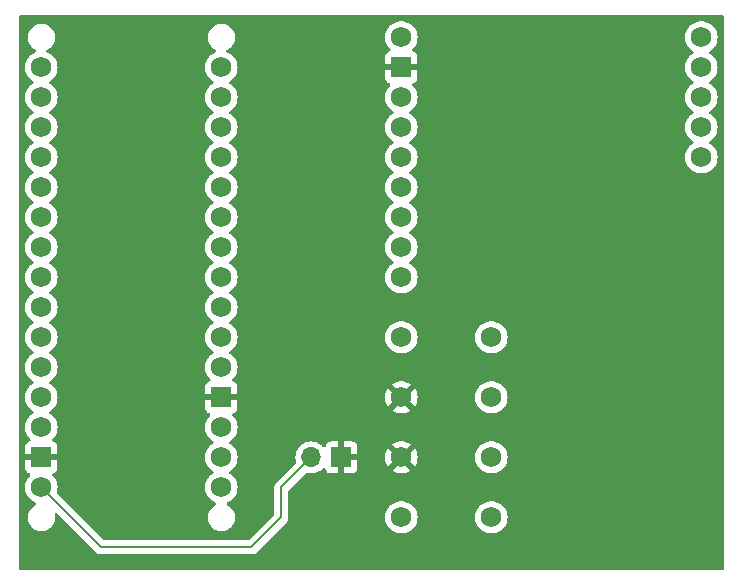
<source format=gbr>
%TF.GenerationSoftware,KiCad,Pcbnew,8.0.3-8.0.3-0~ubuntu22.04.1*%
%TF.CreationDate,2024-07-02T19:47:52-04:00*%
%TF.ProjectId,arduino-nano-esp32,61726475-696e-46f2-9d6e-616e6f2d6573,rev?*%
%TF.SameCoordinates,Original*%
%TF.FileFunction,Copper,L2,Bot*%
%TF.FilePolarity,Positive*%
%FSLAX46Y46*%
G04 Gerber Fmt 4.6, Leading zero omitted, Abs format (unit mm)*
G04 Created by KiCad (PCBNEW 8.0.3-8.0.3-0~ubuntu22.04.1) date 2024-07-02 19:47:52*
%MOMM*%
%LPD*%
G01*
G04 APERTURE LIST*
%TA.AperFunction,ComponentPad*%
%ADD10C,1.727200*%
%TD*%
%TA.AperFunction,ComponentPad*%
%ADD11R,1.727200X1.727200*%
%TD*%
%TA.AperFunction,ComponentPad*%
%ADD12R,1.700000X1.700000*%
%TD*%
%TA.AperFunction,ComponentPad*%
%ADD13O,1.700000X1.700000*%
%TD*%
%TA.AperFunction,Conductor*%
%ADD14C,0.200000*%
%TD*%
G04 APERTURE END LIST*
D10*
%TO.P,RFM95W1,1,RST*%
%TO.N,/RST*%
X132080000Y-93980000D03*
%TO.P,RFM95W1,2,CS*%
%TO.N,/CS*%
X132080000Y-91440000D03*
%TO.P,RFM95W1,3,MOSI*%
%TO.N,/MOSI*%
X132080000Y-88900000D03*
%TO.P,RFM95W1,4,MISO*%
%TO.N,/MISO*%
X132080000Y-86360000D03*
%TO.P,RFM95W1,5,SCK*%
%TO.N,/SCK*%
X132080000Y-83820000D03*
%TO.P,RFM95W1,6,G0*%
%TO.N,/G0*%
X132080000Y-81280000D03*
%TO.P,RFM95W1,7,EN*%
%TO.N,unconnected-(RFM95W1-EN-Pad7)*%
X132080000Y-78740000D03*
D11*
%TO.P,RFM95W1,8,GND*%
%TO.N,GND*%
X132080000Y-76200000D03*
D10*
%TO.P,RFM95W1,9,VIN*%
%TO.N,+3.3V*%
X132080000Y-73660000D03*
%TO.P,RFM95W1,10,G5*%
%TO.N,unconnected-(RFM95W1-G5-Pad10)*%
X157480000Y-83820000D03*
%TO.P,RFM95W1,11,G4*%
%TO.N,unconnected-(RFM95W1-G4-Pad11)*%
X157480000Y-81280000D03*
%TO.P,RFM95W1,12,G3*%
%TO.N,unconnected-(RFM95W1-G3-Pad12)*%
X157480000Y-78740000D03*
%TO.P,RFM95W1,13,G2*%
%TO.N,unconnected-(RFM95W1-G2-Pad13)*%
X157480000Y-76200000D03*
%TO.P,RFM95W1,14,G1*%
%TO.N,unconnected-(RFM95W1-G1-Pad14)*%
X157480000Y-73660000D03*
%TD*%
D12*
%TO.P,J1,1,Pin_1*%
%TO.N,GND*%
X127000000Y-109220000D03*
D13*
%TO.P,J1,2,Pin_2*%
%TO.N,+BATT*%
X124460000Y-109220000D03*
%TD*%
D10*
%TO.P,SW1,1*%
%TO.N,Net-(A1-PadB1)*%
X132080000Y-114300000D03*
%TO.P,SW1,2*%
%TO.N,GND*%
X132080000Y-109220000D03*
%TO.P,SW1,3*%
%TO.N,unconnected-(SW1-Pad3)*%
X139700000Y-114300000D03*
%TO.P,SW1,4*%
%TO.N,unconnected-(SW1-Pad4)*%
X139700000Y-109220000D03*
%TD*%
%TO.P,A1,3V3,3.3V*%
%TO.N,+3.3V*%
X101600000Y-78740000D03*
%TO.P,A1,5V,5V*%
%TO.N,+5V*%
X101600000Y-104140000D03*
%TO.P,A1,A0,A0*%
%TO.N,unconnected-(A1-PadA0)*%
X101600000Y-83820000D03*
%TO.P,A1,A1,A1*%
%TO.N,unconnected-(A1-PadA1)*%
X101600000Y-86360000D03*
%TO.P,A1,A2,A2*%
%TO.N,unconnected-(A1-PadA2)*%
X101600000Y-88900000D03*
%TO.P,A1,A3,A3*%
%TO.N,unconnected-(A1-PadA3)*%
X101600000Y-91440000D03*
%TO.P,A1,A4,A4/SDA*%
%TO.N,unconnected-(A1-A4{slash}SDA-PadA4)*%
X101600000Y-93980000D03*
%TO.P,A1,A5,A5/SCL*%
%TO.N,unconnected-(A1-A5{slash}SCL-PadA5)*%
X101600000Y-96520000D03*
%TO.P,A1,A6,A6*%
%TO.N,unconnected-(A1-PadA6)*%
X101600000Y-99060000D03*
%TO.P,A1,A7,A7*%
%TO.N,unconnected-(A1-PadA7)*%
X101600000Y-101600000D03*
%TO.P,A1,B0,B0*%
%TO.N,unconnected-(A1-PadB0)*%
X101600000Y-81280000D03*
%TO.P,A1,B1,B1*%
%TO.N,Net-(A1-PadB1)*%
X101600000Y-106680000D03*
%TO.P,A1,D0,D0/RX*%
%TO.N,unconnected-(A1-D0{slash}RX-PadD0)*%
X116840000Y-109220000D03*
%TO.P,A1,D1,D1/TX*%
%TO.N,unconnected-(A1-D1{slash}TX-PadD1)*%
X116840000Y-111760000D03*
%TO.P,A1,D2,D2*%
%TO.N,Net-(A1-PadD2)*%
X116840000Y-101600000D03*
%TO.P,A1,D3,D3*%
%TO.N,/RST*%
X116840000Y-99060000D03*
%TO.P,A1,D4,D4*%
%TO.N,/CS*%
X116840000Y-96520000D03*
%TO.P,A1,D5,D5*%
%TO.N,/MOSI*%
X116840000Y-93980000D03*
%TO.P,A1,D6,D6*%
%TO.N,/MISO*%
X116840000Y-91440000D03*
%TO.P,A1,D7,D7*%
%TO.N,/SCK*%
X116840000Y-88900000D03*
%TO.P,A1,D8,D8*%
%TO.N,/G0*%
X116840000Y-86360000D03*
%TO.P,A1,D9,D9*%
%TO.N,unconnected-(A1-PadD9)*%
X116840000Y-83820000D03*
%TO.P,A1,D10,D10*%
%TO.N,unconnected-(A1-PadD10)*%
X116840000Y-81280000D03*
%TO.P,A1,D11,D11_MOSI*%
%TO.N,unconnected-(A1-D11_MOSI-PadD11)*%
X116840000Y-78740000D03*
%TO.P,A1,D12,D12_MISO*%
%TO.N,unconnected-(A1-D12_MISO-PadD12)*%
X116840000Y-76200000D03*
%TO.P,A1,D13,D13_SCK*%
%TO.N,unconnected-(A1-D13_SCK-PadD13)*%
X101600000Y-76200000D03*
D11*
%TO.P,A1,GND1,GND*%
%TO.N,GND*%
X116840000Y-104140000D03*
%TO.P,A1,GND2,GND*%
X101600000Y-109220000D03*
D10*
%TO.P,A1,RST,~{RESET}*%
%TO.N,unconnected-(A1-~{RESET}-PadRST)*%
X116840000Y-106680000D03*
%TO.P,A1,VIN,VIN*%
%TO.N,+BATT*%
X101600000Y-111760000D03*
%TD*%
%TO.P,SW2,1*%
%TO.N,GND*%
X132080000Y-104140000D03*
%TO.P,SW2,2*%
%TO.N,Net-(A1-PadD2)*%
X132080000Y-99060000D03*
%TO.P,SW2,3*%
%TO.N,unconnected-(SW2-Pad3)*%
X139700000Y-104140000D03*
%TO.P,SW2,4*%
%TO.N,unconnected-(SW2-Pad4)*%
X139700000Y-99060000D03*
%TD*%
D14*
%TO.N,+BATT*%
X106680000Y-116840000D02*
X119380000Y-116840000D01*
X101600000Y-111760000D02*
X106680000Y-116840000D01*
X119380000Y-116840000D02*
X121920000Y-114300000D01*
X121920000Y-114300000D02*
X121920000Y-111760000D01*
X121920000Y-111760000D02*
X124460000Y-109220000D01*
%TD*%
%TA.AperFunction,Conductor*%
%TO.N,GND*%
G36*
X159328039Y-71774685D02*
G01*
X159373794Y-71827489D01*
X159385000Y-71879000D01*
X159385000Y-118621000D01*
X159365315Y-118688039D01*
X159312511Y-118733794D01*
X159261000Y-118745000D01*
X99819000Y-118745000D01*
X99751961Y-118725315D01*
X99706206Y-118672511D01*
X99695000Y-118621000D01*
X99695000Y-76199993D01*
X100231225Y-76199993D01*
X100231225Y-76200006D01*
X100249892Y-76425289D01*
X100305388Y-76644439D01*
X100396198Y-76851466D01*
X100519842Y-77040716D01*
X100519850Y-77040727D01*
X100639757Y-77170979D01*
X100672954Y-77207040D01*
X100851351Y-77345893D01*
X100879165Y-77360945D01*
X100928755Y-77410165D01*
X100943863Y-77478382D01*
X100919692Y-77543937D01*
X100879165Y-77579055D01*
X100851352Y-77594106D01*
X100672955Y-77732959D01*
X100672950Y-77732963D01*
X100519850Y-77899272D01*
X100519842Y-77899283D01*
X100396198Y-78088533D01*
X100305388Y-78295560D01*
X100249892Y-78514710D01*
X100231225Y-78739993D01*
X100231225Y-78740006D01*
X100249892Y-78965289D01*
X100305388Y-79184439D01*
X100396198Y-79391466D01*
X100519842Y-79580716D01*
X100519850Y-79580727D01*
X100672950Y-79747036D01*
X100672954Y-79747040D01*
X100851351Y-79885893D01*
X100879165Y-79900945D01*
X100928755Y-79950165D01*
X100943863Y-80018382D01*
X100919692Y-80083937D01*
X100879165Y-80119055D01*
X100851352Y-80134106D01*
X100672955Y-80272959D01*
X100672950Y-80272963D01*
X100519850Y-80439272D01*
X100519842Y-80439283D01*
X100396198Y-80628533D01*
X100305388Y-80835560D01*
X100249892Y-81054710D01*
X100231225Y-81279993D01*
X100231225Y-81280006D01*
X100249892Y-81505289D01*
X100305388Y-81724439D01*
X100396198Y-81931466D01*
X100519842Y-82120716D01*
X100519850Y-82120727D01*
X100672950Y-82287036D01*
X100672954Y-82287040D01*
X100851351Y-82425893D01*
X100879165Y-82440945D01*
X100928755Y-82490165D01*
X100943863Y-82558382D01*
X100919692Y-82623937D01*
X100879165Y-82659055D01*
X100851352Y-82674106D01*
X100672955Y-82812959D01*
X100672950Y-82812963D01*
X100519850Y-82979272D01*
X100519842Y-82979283D01*
X100396198Y-83168533D01*
X100305388Y-83375560D01*
X100249892Y-83594710D01*
X100231225Y-83819993D01*
X100231225Y-83820006D01*
X100249892Y-84045289D01*
X100305388Y-84264439D01*
X100396198Y-84471466D01*
X100519842Y-84660716D01*
X100519850Y-84660727D01*
X100672950Y-84827036D01*
X100672954Y-84827040D01*
X100851351Y-84965893D01*
X100879165Y-84980945D01*
X100928755Y-85030165D01*
X100943863Y-85098382D01*
X100919692Y-85163937D01*
X100879165Y-85199055D01*
X100851352Y-85214106D01*
X100672955Y-85352959D01*
X100672950Y-85352963D01*
X100519850Y-85519272D01*
X100519842Y-85519283D01*
X100396198Y-85708533D01*
X100305388Y-85915560D01*
X100249892Y-86134710D01*
X100231225Y-86359993D01*
X100231225Y-86360006D01*
X100249892Y-86585289D01*
X100305388Y-86804439D01*
X100396198Y-87011466D01*
X100519842Y-87200716D01*
X100519850Y-87200727D01*
X100672950Y-87367036D01*
X100672954Y-87367040D01*
X100851351Y-87505893D01*
X100879165Y-87520945D01*
X100928755Y-87570165D01*
X100943863Y-87638382D01*
X100919692Y-87703937D01*
X100879165Y-87739055D01*
X100851352Y-87754106D01*
X100672955Y-87892959D01*
X100672950Y-87892963D01*
X100519850Y-88059272D01*
X100519842Y-88059283D01*
X100396198Y-88248533D01*
X100305388Y-88455560D01*
X100249892Y-88674710D01*
X100231225Y-88899993D01*
X100231225Y-88900006D01*
X100249892Y-89125289D01*
X100305388Y-89344439D01*
X100396198Y-89551466D01*
X100519842Y-89740716D01*
X100519850Y-89740727D01*
X100672950Y-89907036D01*
X100672954Y-89907040D01*
X100851351Y-90045893D01*
X100879165Y-90060945D01*
X100928755Y-90110165D01*
X100943863Y-90178382D01*
X100919692Y-90243937D01*
X100879165Y-90279055D01*
X100851352Y-90294106D01*
X100672955Y-90432959D01*
X100672950Y-90432963D01*
X100519850Y-90599272D01*
X100519842Y-90599283D01*
X100396198Y-90788533D01*
X100305388Y-90995560D01*
X100249892Y-91214710D01*
X100231225Y-91439993D01*
X100231225Y-91440006D01*
X100249892Y-91665289D01*
X100305388Y-91884439D01*
X100396198Y-92091466D01*
X100519842Y-92280716D01*
X100519850Y-92280727D01*
X100672950Y-92447036D01*
X100672954Y-92447040D01*
X100851351Y-92585893D01*
X100879165Y-92600945D01*
X100928755Y-92650165D01*
X100943863Y-92718382D01*
X100919692Y-92783937D01*
X100879165Y-92819055D01*
X100851352Y-92834106D01*
X100672955Y-92972959D01*
X100672950Y-92972963D01*
X100519850Y-93139272D01*
X100519842Y-93139283D01*
X100396198Y-93328533D01*
X100305388Y-93535560D01*
X100249892Y-93754710D01*
X100231225Y-93979993D01*
X100231225Y-93980006D01*
X100249892Y-94205289D01*
X100305388Y-94424439D01*
X100396198Y-94631466D01*
X100519842Y-94820716D01*
X100519850Y-94820727D01*
X100672950Y-94987036D01*
X100672954Y-94987040D01*
X100851351Y-95125893D01*
X100879165Y-95140945D01*
X100928755Y-95190165D01*
X100943863Y-95258382D01*
X100919692Y-95323937D01*
X100879165Y-95359055D01*
X100851352Y-95374106D01*
X100672955Y-95512959D01*
X100672950Y-95512963D01*
X100519850Y-95679272D01*
X100519842Y-95679283D01*
X100396198Y-95868533D01*
X100305388Y-96075560D01*
X100249892Y-96294710D01*
X100231225Y-96519993D01*
X100231225Y-96520006D01*
X100249892Y-96745289D01*
X100305388Y-96964439D01*
X100396198Y-97171466D01*
X100519842Y-97360716D01*
X100519850Y-97360727D01*
X100672950Y-97527036D01*
X100672954Y-97527040D01*
X100851351Y-97665893D01*
X100879165Y-97680945D01*
X100928755Y-97730165D01*
X100943863Y-97798382D01*
X100919692Y-97863937D01*
X100879165Y-97899055D01*
X100851352Y-97914106D01*
X100672955Y-98052959D01*
X100672950Y-98052963D01*
X100519850Y-98219272D01*
X100519842Y-98219283D01*
X100396198Y-98408533D01*
X100305388Y-98615560D01*
X100249892Y-98834710D01*
X100231225Y-99059993D01*
X100231225Y-99060006D01*
X100249892Y-99285289D01*
X100305388Y-99504439D01*
X100396198Y-99711466D01*
X100519842Y-99900716D01*
X100519850Y-99900727D01*
X100672950Y-100067036D01*
X100672954Y-100067040D01*
X100851351Y-100205893D01*
X100879165Y-100220945D01*
X100928755Y-100270165D01*
X100943863Y-100338382D01*
X100919692Y-100403937D01*
X100879165Y-100439055D01*
X100851352Y-100454106D01*
X100672955Y-100592959D01*
X100672950Y-100592963D01*
X100519850Y-100759272D01*
X100519842Y-100759283D01*
X100396198Y-100948533D01*
X100305388Y-101155560D01*
X100249892Y-101374710D01*
X100231225Y-101599993D01*
X100231225Y-101600006D01*
X100249892Y-101825289D01*
X100305388Y-102044439D01*
X100396198Y-102251466D01*
X100519842Y-102440716D01*
X100519850Y-102440727D01*
X100657244Y-102589975D01*
X100672954Y-102607040D01*
X100851351Y-102745893D01*
X100879165Y-102760945D01*
X100928755Y-102810165D01*
X100943863Y-102878382D01*
X100919692Y-102943937D01*
X100879165Y-102979055D01*
X100851352Y-102994106D01*
X100672955Y-103132959D01*
X100519850Y-103299272D01*
X100519842Y-103299283D01*
X100396198Y-103488533D01*
X100305388Y-103695560D01*
X100249892Y-103914710D01*
X100231225Y-104139993D01*
X100231225Y-104140006D01*
X100249892Y-104365289D01*
X100305388Y-104584439D01*
X100396198Y-104791466D01*
X100519842Y-104980716D01*
X100519850Y-104980727D01*
X100639757Y-105110979D01*
X100672954Y-105147040D01*
X100851351Y-105285893D01*
X100879165Y-105300945D01*
X100928755Y-105350165D01*
X100943863Y-105418382D01*
X100919692Y-105483937D01*
X100879165Y-105519055D01*
X100851352Y-105534106D01*
X100672955Y-105672959D01*
X100672950Y-105672963D01*
X100519850Y-105839272D01*
X100519842Y-105839283D01*
X100396198Y-106028533D01*
X100305388Y-106235560D01*
X100249892Y-106454710D01*
X100231225Y-106679993D01*
X100231225Y-106680006D01*
X100249892Y-106905289D01*
X100305388Y-107124439D01*
X100396198Y-107331466D01*
X100519842Y-107520716D01*
X100519844Y-107520719D01*
X100657245Y-107669976D01*
X100688167Y-107732629D01*
X100680307Y-107802055D01*
X100636160Y-107856211D01*
X100609349Y-107870140D01*
X100494311Y-107913046D01*
X100494306Y-107913049D01*
X100379212Y-107999209D01*
X100379209Y-107999212D01*
X100293049Y-108114306D01*
X100293045Y-108114313D01*
X100242803Y-108249020D01*
X100242801Y-108249027D01*
X100236400Y-108308555D01*
X100236400Y-108970000D01*
X101157749Y-108970000D01*
X101126619Y-109023919D01*
X101092000Y-109153120D01*
X101092000Y-109286880D01*
X101126619Y-109416081D01*
X101157749Y-109470000D01*
X100236400Y-109470000D01*
X100236400Y-110131444D01*
X100242801Y-110190972D01*
X100242803Y-110190979D01*
X100293045Y-110325686D01*
X100293049Y-110325693D01*
X100379209Y-110440787D01*
X100379212Y-110440790D01*
X100494306Y-110526950D01*
X100494313Y-110526954D01*
X100609348Y-110569859D01*
X100665282Y-110611730D01*
X100689699Y-110677194D01*
X100674848Y-110745467D01*
X100657245Y-110770024D01*
X100519845Y-110919279D01*
X100519842Y-110919283D01*
X100396198Y-111108533D01*
X100305388Y-111315560D01*
X100249892Y-111534710D01*
X100231225Y-111759993D01*
X100231225Y-111760006D01*
X100249892Y-111985289D01*
X100305388Y-112204439D01*
X100396198Y-112411466D01*
X100519842Y-112600716D01*
X100519850Y-112600727D01*
X100672950Y-112767036D01*
X100672954Y-112767040D01*
X100851351Y-112905893D01*
X101050169Y-113013488D01*
X101096479Y-113029386D01*
X101153491Y-113069769D01*
X101179622Y-113134569D01*
X101166572Y-113203209D01*
X101118484Y-113253897D01*
X101112510Y-113257150D01*
X100997004Y-113316004D01*
X100850505Y-113422441D01*
X100850500Y-113422445D01*
X100722445Y-113550500D01*
X100722441Y-113550505D01*
X100616006Y-113697002D01*
X100533788Y-113858360D01*
X100533787Y-113858363D01*
X100477829Y-114030589D01*
X100449500Y-114209448D01*
X100449500Y-114390551D01*
X100477829Y-114569410D01*
X100533787Y-114741636D01*
X100533788Y-114741639D01*
X100616006Y-114902997D01*
X100722441Y-115049494D01*
X100722445Y-115049499D01*
X100850500Y-115177554D01*
X100850505Y-115177558D01*
X100978287Y-115270396D01*
X100997006Y-115283996D01*
X101102484Y-115337740D01*
X101158360Y-115366211D01*
X101158363Y-115366212D01*
X101244476Y-115394191D01*
X101330591Y-115422171D01*
X101413429Y-115435291D01*
X101509449Y-115450500D01*
X101509454Y-115450500D01*
X101690551Y-115450500D01*
X101777259Y-115436765D01*
X101869409Y-115422171D01*
X102041639Y-115366211D01*
X102202994Y-115283996D01*
X102349501Y-115177553D01*
X102477553Y-115049501D01*
X102583996Y-114902994D01*
X102666211Y-114741639D01*
X102722171Y-114569409D01*
X102736765Y-114477259D01*
X102750500Y-114390551D01*
X102750500Y-114209449D01*
X102731198Y-114087584D01*
X102725567Y-114052034D01*
X102734521Y-113982742D01*
X102779517Y-113929290D01*
X102846268Y-113908650D01*
X102913582Y-113927374D01*
X102935721Y-113944956D01*
X106195139Y-117204374D01*
X106195149Y-117204385D01*
X106199479Y-117208715D01*
X106199480Y-117208716D01*
X106311284Y-117320520D01*
X106398095Y-117370639D01*
X106398097Y-117370641D01*
X106436151Y-117392611D01*
X106448215Y-117399577D01*
X106600943Y-117440501D01*
X106600946Y-117440501D01*
X106766653Y-117440501D01*
X106766669Y-117440500D01*
X119293331Y-117440500D01*
X119293347Y-117440501D01*
X119300943Y-117440501D01*
X119459054Y-117440501D01*
X119459057Y-117440501D01*
X119611785Y-117399577D01*
X119661904Y-117370639D01*
X119748716Y-117320520D01*
X119860520Y-117208716D01*
X119860520Y-117208714D01*
X119870728Y-117198507D01*
X119870730Y-117198504D01*
X122278506Y-114790728D01*
X122278511Y-114790724D01*
X122288714Y-114780520D01*
X122288716Y-114780520D01*
X122400520Y-114668716D01*
X122479577Y-114531784D01*
X122520500Y-114379057D01*
X122520500Y-114299993D01*
X130711225Y-114299993D01*
X130711225Y-114300006D01*
X130729892Y-114525289D01*
X130785388Y-114744439D01*
X130876198Y-114951466D01*
X130999842Y-115140716D01*
X130999850Y-115140727D01*
X131131740Y-115283996D01*
X131152954Y-115307040D01*
X131331351Y-115445893D01*
X131530169Y-115553488D01*
X131530172Y-115553489D01*
X131743982Y-115626890D01*
X131743984Y-115626890D01*
X131743986Y-115626891D01*
X131966967Y-115664100D01*
X131966968Y-115664100D01*
X132193032Y-115664100D01*
X132193033Y-115664100D01*
X132416014Y-115626891D01*
X132629831Y-115553488D01*
X132828649Y-115445893D01*
X133007046Y-115307040D01*
X133160156Y-115140719D01*
X133283802Y-114951465D01*
X133374611Y-114744441D01*
X133430107Y-114525293D01*
X133442224Y-114379057D01*
X133448775Y-114300006D01*
X133448775Y-114299993D01*
X138331225Y-114299993D01*
X138331225Y-114300006D01*
X138349892Y-114525289D01*
X138405388Y-114744439D01*
X138496198Y-114951466D01*
X138619842Y-115140716D01*
X138619850Y-115140727D01*
X138751740Y-115283996D01*
X138772954Y-115307040D01*
X138951351Y-115445893D01*
X139150169Y-115553488D01*
X139150172Y-115553489D01*
X139363982Y-115626890D01*
X139363984Y-115626890D01*
X139363986Y-115626891D01*
X139586967Y-115664100D01*
X139586968Y-115664100D01*
X139813032Y-115664100D01*
X139813033Y-115664100D01*
X140036014Y-115626891D01*
X140249831Y-115553488D01*
X140448649Y-115445893D01*
X140627046Y-115307040D01*
X140780156Y-115140719D01*
X140903802Y-114951465D01*
X140994611Y-114744441D01*
X141050107Y-114525293D01*
X141062224Y-114379057D01*
X141068775Y-114300006D01*
X141068775Y-114299993D01*
X141050107Y-114074710D01*
X141050107Y-114074707D01*
X140994611Y-113855559D01*
X140903802Y-113648535D01*
X140780156Y-113459281D01*
X140780153Y-113459278D01*
X140780149Y-113459272D01*
X140627049Y-113292963D01*
X140627048Y-113292962D01*
X140627046Y-113292960D01*
X140448649Y-113154107D01*
X140302879Y-113075220D01*
X140249832Y-113046512D01*
X140249827Y-113046510D01*
X140036017Y-112973109D01*
X139868778Y-112945202D01*
X139813033Y-112935900D01*
X139586967Y-112935900D01*
X139542370Y-112943341D01*
X139363982Y-112973109D01*
X139150172Y-113046510D01*
X139150167Y-113046512D01*
X138951352Y-113154106D01*
X138772955Y-113292959D01*
X138772950Y-113292963D01*
X138619850Y-113459272D01*
X138619842Y-113459283D01*
X138496198Y-113648533D01*
X138405388Y-113855560D01*
X138349892Y-114074710D01*
X138331225Y-114299993D01*
X133448775Y-114299993D01*
X133430107Y-114074710D01*
X133430107Y-114074707D01*
X133374611Y-113855559D01*
X133283802Y-113648535D01*
X133160156Y-113459281D01*
X133160153Y-113459278D01*
X133160149Y-113459272D01*
X133007049Y-113292963D01*
X133007048Y-113292962D01*
X133007046Y-113292960D01*
X132828649Y-113154107D01*
X132682879Y-113075220D01*
X132629832Y-113046512D01*
X132629827Y-113046510D01*
X132416017Y-112973109D01*
X132248778Y-112945202D01*
X132193033Y-112935900D01*
X131966967Y-112935900D01*
X131922370Y-112943341D01*
X131743982Y-112973109D01*
X131530172Y-113046510D01*
X131530167Y-113046512D01*
X131331352Y-113154106D01*
X131152955Y-113292959D01*
X131152950Y-113292963D01*
X130999850Y-113459272D01*
X130999842Y-113459283D01*
X130876198Y-113648533D01*
X130785388Y-113855560D01*
X130729892Y-114074710D01*
X130711225Y-114299993D01*
X122520500Y-114299993D01*
X122520500Y-112060096D01*
X122540185Y-111993057D01*
X122556814Y-111972420D01*
X123976470Y-110552763D01*
X124037791Y-110519280D01*
X124096238Y-110520670D01*
X124224592Y-110555063D01*
X124395319Y-110570000D01*
X124459999Y-110575659D01*
X124460000Y-110575659D01*
X124460001Y-110575659D01*
X124524681Y-110570000D01*
X124695408Y-110555063D01*
X124923663Y-110493903D01*
X125137830Y-110394035D01*
X125331401Y-110258495D01*
X125453717Y-110136178D01*
X125515036Y-110102696D01*
X125584728Y-110107680D01*
X125640662Y-110149551D01*
X125657577Y-110180528D01*
X125706646Y-110312088D01*
X125706649Y-110312093D01*
X125792809Y-110427187D01*
X125792812Y-110427190D01*
X125907906Y-110513350D01*
X125907913Y-110513354D01*
X126042620Y-110563596D01*
X126042627Y-110563598D01*
X126102155Y-110569999D01*
X126102172Y-110570000D01*
X126750000Y-110570000D01*
X126750000Y-109653012D01*
X126807007Y-109685925D01*
X126934174Y-109720000D01*
X127065826Y-109720000D01*
X127192993Y-109685925D01*
X127250000Y-109653012D01*
X127250000Y-110570000D01*
X127897828Y-110570000D01*
X127897844Y-110569999D01*
X127957372Y-110563598D01*
X127957379Y-110563596D01*
X128092086Y-110513354D01*
X128092093Y-110513350D01*
X128207187Y-110427190D01*
X128207190Y-110427187D01*
X128293350Y-110312093D01*
X128293354Y-110312086D01*
X128343596Y-110177379D01*
X128343598Y-110177372D01*
X128349999Y-110117844D01*
X128350000Y-110117827D01*
X128350000Y-109470000D01*
X127433012Y-109470000D01*
X127465925Y-109412993D01*
X127500000Y-109285826D01*
X127500000Y-109219993D01*
X130711727Y-109219993D01*
X130711727Y-109220006D01*
X130730386Y-109445202D01*
X130730388Y-109445213D01*
X130785863Y-109664278D01*
X130876638Y-109871222D01*
X130955111Y-109991334D01*
X131590504Y-109355941D01*
X131606619Y-109416081D01*
X131673498Y-109531920D01*
X131768080Y-109626502D01*
X131883919Y-109693381D01*
X131944057Y-109709494D01*
X131307139Y-110346412D01*
X131331628Y-110365472D01*
X131530369Y-110473027D01*
X131530375Y-110473029D01*
X131744106Y-110546403D01*
X131967010Y-110583600D01*
X132192990Y-110583600D01*
X132415893Y-110546403D01*
X132629624Y-110473029D01*
X132629639Y-110473022D01*
X132828367Y-110365475D01*
X132828377Y-110365468D01*
X132852859Y-110346413D01*
X132852860Y-110346412D01*
X132215942Y-109709495D01*
X132276081Y-109693381D01*
X132391920Y-109626502D01*
X132486502Y-109531920D01*
X132553381Y-109416081D01*
X132569495Y-109355942D01*
X133204887Y-109991335D01*
X133283359Y-109871227D01*
X133374136Y-109664278D01*
X133429611Y-109445213D01*
X133429613Y-109445202D01*
X133448273Y-109220006D01*
X133448273Y-109219993D01*
X138331225Y-109219993D01*
X138331225Y-109220006D01*
X138349892Y-109445289D01*
X138405388Y-109664439D01*
X138496198Y-109871466D01*
X138619842Y-110060716D01*
X138619850Y-110060727D01*
X138739757Y-110190979D01*
X138772954Y-110227040D01*
X138951351Y-110365893D01*
X139150169Y-110473488D01*
X139150172Y-110473489D01*
X139363982Y-110546890D01*
X139363984Y-110546890D01*
X139363986Y-110546891D01*
X139586967Y-110584100D01*
X139586968Y-110584100D01*
X139813032Y-110584100D01*
X139813033Y-110584100D01*
X140036014Y-110546891D01*
X140249831Y-110473488D01*
X140448649Y-110365893D01*
X140627046Y-110227040D01*
X140780156Y-110060719D01*
X140903802Y-109871465D01*
X140994611Y-109664441D01*
X141050107Y-109445293D01*
X141057574Y-109355175D01*
X141068775Y-109220006D01*
X141068775Y-109219993D01*
X141052783Y-109027007D01*
X141050107Y-108994707D01*
X140994611Y-108775559D01*
X140903802Y-108568535D01*
X140780156Y-108379281D01*
X140780153Y-108379278D01*
X140780149Y-108379272D01*
X140627045Y-108212959D01*
X140500296Y-108114306D01*
X140448649Y-108074107D01*
X140335386Y-108012812D01*
X140249832Y-107966512D01*
X140249827Y-107966510D01*
X140036017Y-107893109D01*
X139863617Y-107864341D01*
X139813033Y-107855900D01*
X139586967Y-107855900D01*
X139542370Y-107863341D01*
X139363982Y-107893109D01*
X139150172Y-107966510D01*
X139150167Y-107966512D01*
X138951352Y-108074106D01*
X138772955Y-108212959D01*
X138619850Y-108379272D01*
X138619842Y-108379283D01*
X138496198Y-108568533D01*
X138405388Y-108775560D01*
X138349892Y-108994710D01*
X138331225Y-109219993D01*
X133448273Y-109219993D01*
X133429613Y-108994797D01*
X133429611Y-108994786D01*
X133374136Y-108775721D01*
X133283361Y-108568777D01*
X133204887Y-108448663D01*
X132569494Y-109084056D01*
X132553381Y-109023919D01*
X132486502Y-108908080D01*
X132391920Y-108813498D01*
X132276081Y-108746619D01*
X132215942Y-108730505D01*
X132852859Y-108093586D01*
X132852859Y-108093584D01*
X132828382Y-108074533D01*
X132828376Y-108074529D01*
X132629630Y-107966972D01*
X132629624Y-107966970D01*
X132415893Y-107893596D01*
X132192990Y-107856400D01*
X131967010Y-107856400D01*
X131744106Y-107893596D01*
X131530375Y-107966970D01*
X131530369Y-107966972D01*
X131331624Y-108074529D01*
X131331623Y-108074530D01*
X131307139Y-108093585D01*
X131307139Y-108093587D01*
X131944057Y-108730504D01*
X131883919Y-108746619D01*
X131768080Y-108813498D01*
X131673498Y-108908080D01*
X131606619Y-109023919D01*
X131590504Y-109084057D01*
X130955110Y-108448663D01*
X130876639Y-108568774D01*
X130785863Y-108775721D01*
X130730388Y-108994786D01*
X130730386Y-108994797D01*
X130711727Y-109219993D01*
X127500000Y-109219993D01*
X127500000Y-109154174D01*
X127465925Y-109027007D01*
X127433012Y-108970000D01*
X128350000Y-108970000D01*
X128350000Y-108322172D01*
X128349999Y-108322155D01*
X128343598Y-108262627D01*
X128343596Y-108262620D01*
X128293354Y-108127913D01*
X128293350Y-108127906D01*
X128207190Y-108012812D01*
X128207187Y-108012809D01*
X128092093Y-107926649D01*
X128092086Y-107926645D01*
X127957379Y-107876403D01*
X127957372Y-107876401D01*
X127897844Y-107870000D01*
X127250000Y-107870000D01*
X127250000Y-108786988D01*
X127192993Y-108754075D01*
X127065826Y-108720000D01*
X126934174Y-108720000D01*
X126807007Y-108754075D01*
X126750000Y-108786988D01*
X126750000Y-107870000D01*
X126102155Y-107870000D01*
X126042627Y-107876401D01*
X126042620Y-107876403D01*
X125907913Y-107926645D01*
X125907906Y-107926649D01*
X125792812Y-108012809D01*
X125792809Y-108012812D01*
X125706649Y-108127906D01*
X125706645Y-108127913D01*
X125657578Y-108259470D01*
X125615707Y-108315404D01*
X125550242Y-108339821D01*
X125481969Y-108324969D01*
X125453715Y-108303819D01*
X125398916Y-108249020D01*
X125331401Y-108181505D01*
X125331397Y-108181502D01*
X125331396Y-108181501D01*
X125137834Y-108045967D01*
X125137830Y-108045965D01*
X125137828Y-108045964D01*
X124923663Y-107946097D01*
X124923659Y-107946096D01*
X124923655Y-107946094D01*
X124695413Y-107884938D01*
X124695403Y-107884936D01*
X124460001Y-107864341D01*
X124459999Y-107864341D01*
X124224596Y-107884936D01*
X124224586Y-107884938D01*
X123996344Y-107946094D01*
X123996335Y-107946098D01*
X123782171Y-108045964D01*
X123782169Y-108045965D01*
X123588597Y-108181505D01*
X123421505Y-108348597D01*
X123285965Y-108542169D01*
X123285964Y-108542171D01*
X123186098Y-108756335D01*
X123186094Y-108756344D01*
X123124938Y-108984586D01*
X123124936Y-108984596D01*
X123104341Y-109219999D01*
X123104341Y-109220000D01*
X123124936Y-109455403D01*
X123124938Y-109455413D01*
X123159327Y-109583756D01*
X123157664Y-109653606D01*
X123127233Y-109703530D01*
X121551286Y-111279478D01*
X121439481Y-111391282D01*
X121439475Y-111391290D01*
X121396441Y-111465829D01*
X121396441Y-111465831D01*
X121360423Y-111528214D01*
X121346781Y-111579124D01*
X121319499Y-111680943D01*
X121319499Y-111680945D01*
X121319499Y-111849046D01*
X121319500Y-111849059D01*
X121319500Y-113999903D01*
X121299815Y-114066942D01*
X121283181Y-114087584D01*
X119167584Y-116203181D01*
X119106261Y-116236666D01*
X119079903Y-116239500D01*
X106980097Y-116239500D01*
X106913058Y-116219815D01*
X106892416Y-116203181D01*
X102944243Y-112255008D01*
X102910758Y-112193685D01*
X102911718Y-112136887D01*
X102931164Y-112060096D01*
X102950107Y-111985293D01*
X102957574Y-111895175D01*
X102968775Y-111760006D01*
X102968775Y-111759993D01*
X102950107Y-111534710D01*
X102950107Y-111534707D01*
X102894611Y-111315559D01*
X102803802Y-111108535D01*
X102680156Y-110919281D01*
X102680153Y-110919278D01*
X102680149Y-110919272D01*
X102542755Y-110770024D01*
X102511832Y-110707370D01*
X102519692Y-110637944D01*
X102563839Y-110583788D01*
X102590652Y-110569859D01*
X102705684Y-110526955D01*
X102705693Y-110526950D01*
X102820787Y-110440790D01*
X102820790Y-110440787D01*
X102906950Y-110325693D01*
X102906954Y-110325686D01*
X102957196Y-110190979D01*
X102957198Y-110190972D01*
X102963599Y-110131444D01*
X102963600Y-110131427D01*
X102963600Y-109470000D01*
X102042251Y-109470000D01*
X102073381Y-109416081D01*
X102108000Y-109286880D01*
X102108000Y-109153120D01*
X102073381Y-109023919D01*
X102042251Y-108970000D01*
X102963600Y-108970000D01*
X102963600Y-108308572D01*
X102963599Y-108308555D01*
X102957198Y-108249027D01*
X102957196Y-108249020D01*
X102906954Y-108114313D01*
X102906950Y-108114306D01*
X102820790Y-107999212D01*
X102820787Y-107999209D01*
X102705693Y-107913049D01*
X102705686Y-107913045D01*
X102590651Y-107870140D01*
X102534717Y-107828269D01*
X102510300Y-107762804D01*
X102525152Y-107694531D01*
X102542749Y-107669981D01*
X102680156Y-107520719D01*
X102803802Y-107331465D01*
X102894611Y-107124441D01*
X102950107Y-106905293D01*
X102968775Y-106680000D01*
X102968775Y-106679993D01*
X102950107Y-106454710D01*
X102950107Y-106454707D01*
X102894611Y-106235559D01*
X102803802Y-106028535D01*
X102680156Y-105839281D01*
X102680153Y-105839278D01*
X102680149Y-105839272D01*
X102527049Y-105672963D01*
X102527048Y-105672962D01*
X102527046Y-105672960D01*
X102348649Y-105534107D01*
X102348647Y-105534106D01*
X102348646Y-105534105D01*
X102348639Y-105534100D01*
X102320836Y-105519055D01*
X102271244Y-105469837D01*
X102256135Y-105401620D01*
X102280306Y-105336064D01*
X102320836Y-105300945D01*
X102348639Y-105285899D01*
X102348642Y-105285896D01*
X102348649Y-105285893D01*
X102527046Y-105147040D01*
X102680156Y-104980719D01*
X102803802Y-104791465D01*
X102894611Y-104584441D01*
X102950107Y-104365293D01*
X102957574Y-104275175D01*
X102968775Y-104140006D01*
X102968775Y-104139993D01*
X102955707Y-103982294D01*
X102950107Y-103914707D01*
X102894611Y-103695559D01*
X102803802Y-103488535D01*
X102680156Y-103299281D01*
X102680153Y-103299278D01*
X102680149Y-103299272D01*
X102527045Y-103132959D01*
X102400296Y-103034306D01*
X102348649Y-102994107D01*
X102348647Y-102994106D01*
X102348646Y-102994105D01*
X102348639Y-102994100D01*
X102320836Y-102979055D01*
X102271244Y-102929837D01*
X102256135Y-102861620D01*
X102280306Y-102796064D01*
X102320836Y-102760945D01*
X102348639Y-102745899D01*
X102348642Y-102745896D01*
X102348649Y-102745893D01*
X102527046Y-102607040D01*
X102680156Y-102440719D01*
X102803802Y-102251465D01*
X102894611Y-102044441D01*
X102950107Y-101825293D01*
X102968775Y-101600000D01*
X102968775Y-101599993D01*
X102950107Y-101374710D01*
X102950107Y-101374707D01*
X102894611Y-101155559D01*
X102803802Y-100948535D01*
X102680156Y-100759281D01*
X102680153Y-100759278D01*
X102680149Y-100759272D01*
X102527049Y-100592963D01*
X102527048Y-100592962D01*
X102527046Y-100592960D01*
X102348649Y-100454107D01*
X102348647Y-100454106D01*
X102348646Y-100454105D01*
X102348639Y-100454100D01*
X102320836Y-100439055D01*
X102271244Y-100389837D01*
X102256135Y-100321620D01*
X102280306Y-100256064D01*
X102320836Y-100220945D01*
X102348639Y-100205899D01*
X102348642Y-100205896D01*
X102348649Y-100205893D01*
X102527046Y-100067040D01*
X102680156Y-99900719D01*
X102803802Y-99711465D01*
X102894611Y-99504441D01*
X102950107Y-99285293D01*
X102968775Y-99060000D01*
X102968775Y-99059993D01*
X102950107Y-98834710D01*
X102950107Y-98834707D01*
X102894611Y-98615559D01*
X102803802Y-98408535D01*
X102680156Y-98219281D01*
X102680153Y-98219278D01*
X102680149Y-98219272D01*
X102527049Y-98052963D01*
X102527048Y-98052962D01*
X102527046Y-98052960D01*
X102348649Y-97914107D01*
X102348647Y-97914106D01*
X102348646Y-97914105D01*
X102348639Y-97914100D01*
X102320836Y-97899055D01*
X102271244Y-97849837D01*
X102256135Y-97781620D01*
X102280306Y-97716064D01*
X102320836Y-97680945D01*
X102348639Y-97665899D01*
X102348642Y-97665896D01*
X102348649Y-97665893D01*
X102527046Y-97527040D01*
X102680156Y-97360719D01*
X102803802Y-97171465D01*
X102894611Y-96964441D01*
X102950107Y-96745293D01*
X102968775Y-96520000D01*
X102968775Y-96519993D01*
X102950107Y-96294710D01*
X102950107Y-96294707D01*
X102894611Y-96075559D01*
X102803802Y-95868535D01*
X102680156Y-95679281D01*
X102680153Y-95679278D01*
X102680149Y-95679272D01*
X102527049Y-95512963D01*
X102527048Y-95512962D01*
X102527046Y-95512960D01*
X102348649Y-95374107D01*
X102348647Y-95374106D01*
X102348646Y-95374105D01*
X102348639Y-95374100D01*
X102320836Y-95359055D01*
X102271244Y-95309837D01*
X102256135Y-95241620D01*
X102280306Y-95176064D01*
X102320836Y-95140945D01*
X102348639Y-95125899D01*
X102348642Y-95125896D01*
X102348649Y-95125893D01*
X102527046Y-94987040D01*
X102680156Y-94820719D01*
X102803802Y-94631465D01*
X102894611Y-94424441D01*
X102950107Y-94205293D01*
X102968775Y-93980000D01*
X102968775Y-93979993D01*
X102950107Y-93754710D01*
X102950107Y-93754707D01*
X102894611Y-93535559D01*
X102803802Y-93328535D01*
X102680156Y-93139281D01*
X102680153Y-93139278D01*
X102680149Y-93139272D01*
X102527049Y-92972963D01*
X102527048Y-92972962D01*
X102527046Y-92972960D01*
X102348649Y-92834107D01*
X102348647Y-92834106D01*
X102348646Y-92834105D01*
X102348639Y-92834100D01*
X102320836Y-92819055D01*
X102271244Y-92769837D01*
X102256135Y-92701620D01*
X102280306Y-92636064D01*
X102320836Y-92600945D01*
X102348639Y-92585899D01*
X102348642Y-92585896D01*
X102348649Y-92585893D01*
X102527046Y-92447040D01*
X102680156Y-92280719D01*
X102803802Y-92091465D01*
X102894611Y-91884441D01*
X102950107Y-91665293D01*
X102968775Y-91440000D01*
X102968775Y-91439993D01*
X102950107Y-91214710D01*
X102950107Y-91214707D01*
X102894611Y-90995559D01*
X102803802Y-90788535D01*
X102680156Y-90599281D01*
X102680153Y-90599278D01*
X102680149Y-90599272D01*
X102527049Y-90432963D01*
X102527048Y-90432962D01*
X102527046Y-90432960D01*
X102348649Y-90294107D01*
X102348647Y-90294106D01*
X102348646Y-90294105D01*
X102348639Y-90294100D01*
X102320836Y-90279055D01*
X102271244Y-90229837D01*
X102256135Y-90161620D01*
X102280306Y-90096064D01*
X102320836Y-90060945D01*
X102348639Y-90045899D01*
X102348642Y-90045896D01*
X102348649Y-90045893D01*
X102527046Y-89907040D01*
X102680156Y-89740719D01*
X102803802Y-89551465D01*
X102894611Y-89344441D01*
X102950107Y-89125293D01*
X102968775Y-88900000D01*
X102968775Y-88899993D01*
X102950107Y-88674710D01*
X102950107Y-88674707D01*
X102894611Y-88455559D01*
X102803802Y-88248535D01*
X102680156Y-88059281D01*
X102680153Y-88059278D01*
X102680149Y-88059272D01*
X102527049Y-87892963D01*
X102527048Y-87892962D01*
X102527046Y-87892960D01*
X102348649Y-87754107D01*
X102348647Y-87754106D01*
X102348646Y-87754105D01*
X102348639Y-87754100D01*
X102320836Y-87739055D01*
X102271244Y-87689837D01*
X102256135Y-87621620D01*
X102280306Y-87556064D01*
X102320836Y-87520945D01*
X102348639Y-87505899D01*
X102348642Y-87505896D01*
X102348649Y-87505893D01*
X102527046Y-87367040D01*
X102680156Y-87200719D01*
X102803802Y-87011465D01*
X102894611Y-86804441D01*
X102950107Y-86585293D01*
X102968775Y-86360000D01*
X102968775Y-86359993D01*
X102950107Y-86134710D01*
X102950107Y-86134707D01*
X102894611Y-85915559D01*
X102803802Y-85708535D01*
X102680156Y-85519281D01*
X102680153Y-85519278D01*
X102680149Y-85519272D01*
X102527049Y-85352963D01*
X102527048Y-85352962D01*
X102527046Y-85352960D01*
X102348649Y-85214107D01*
X102348647Y-85214106D01*
X102348646Y-85214105D01*
X102348639Y-85214100D01*
X102320836Y-85199055D01*
X102271244Y-85149837D01*
X102256135Y-85081620D01*
X102280306Y-85016064D01*
X102320836Y-84980945D01*
X102348639Y-84965899D01*
X102348642Y-84965896D01*
X102348649Y-84965893D01*
X102527046Y-84827040D01*
X102680156Y-84660719D01*
X102803802Y-84471465D01*
X102894611Y-84264441D01*
X102950107Y-84045293D01*
X102968775Y-83820000D01*
X102968775Y-83819993D01*
X102950107Y-83594710D01*
X102950107Y-83594707D01*
X102894611Y-83375559D01*
X102803802Y-83168535D01*
X102680156Y-82979281D01*
X102680153Y-82979278D01*
X102680149Y-82979272D01*
X102527049Y-82812963D01*
X102527048Y-82812962D01*
X102527046Y-82812960D01*
X102348649Y-82674107D01*
X102348647Y-82674106D01*
X102348646Y-82674105D01*
X102348639Y-82674100D01*
X102320836Y-82659055D01*
X102271244Y-82609837D01*
X102256135Y-82541620D01*
X102280306Y-82476064D01*
X102320836Y-82440945D01*
X102348639Y-82425899D01*
X102348642Y-82425896D01*
X102348649Y-82425893D01*
X102527046Y-82287040D01*
X102680156Y-82120719D01*
X102803802Y-81931465D01*
X102894611Y-81724441D01*
X102950107Y-81505293D01*
X102968775Y-81280000D01*
X102968775Y-81279993D01*
X102950107Y-81054710D01*
X102950107Y-81054707D01*
X102894611Y-80835559D01*
X102803802Y-80628535D01*
X102680156Y-80439281D01*
X102680153Y-80439278D01*
X102680149Y-80439272D01*
X102527049Y-80272963D01*
X102527048Y-80272962D01*
X102527046Y-80272960D01*
X102348649Y-80134107D01*
X102348647Y-80134106D01*
X102348646Y-80134105D01*
X102348639Y-80134100D01*
X102320836Y-80119055D01*
X102271244Y-80069837D01*
X102256135Y-80001620D01*
X102280306Y-79936064D01*
X102320836Y-79900945D01*
X102348639Y-79885899D01*
X102348642Y-79885896D01*
X102348649Y-79885893D01*
X102527046Y-79747040D01*
X102680156Y-79580719D01*
X102803802Y-79391465D01*
X102894611Y-79184441D01*
X102950107Y-78965293D01*
X102968775Y-78740000D01*
X102968775Y-78739993D01*
X102950107Y-78514710D01*
X102950107Y-78514707D01*
X102894611Y-78295559D01*
X102803802Y-78088535D01*
X102680156Y-77899281D01*
X102680153Y-77899278D01*
X102680149Y-77899272D01*
X102527049Y-77732963D01*
X102527048Y-77732962D01*
X102527046Y-77732960D01*
X102348649Y-77594107D01*
X102348647Y-77594106D01*
X102348646Y-77594105D01*
X102348639Y-77594100D01*
X102320836Y-77579055D01*
X102271244Y-77529837D01*
X102256135Y-77461620D01*
X102280306Y-77396064D01*
X102320836Y-77360945D01*
X102348639Y-77345899D01*
X102348642Y-77345896D01*
X102348649Y-77345893D01*
X102527046Y-77207040D01*
X102680156Y-77040719D01*
X102803802Y-76851465D01*
X102894611Y-76644441D01*
X102950107Y-76425293D01*
X102957574Y-76335175D01*
X102968775Y-76200006D01*
X102968775Y-76199993D01*
X115471225Y-76199993D01*
X115471225Y-76200006D01*
X115489892Y-76425289D01*
X115545388Y-76644439D01*
X115636198Y-76851466D01*
X115759842Y-77040716D01*
X115759850Y-77040727D01*
X115879757Y-77170979D01*
X115912954Y-77207040D01*
X116091351Y-77345893D01*
X116119165Y-77360945D01*
X116168755Y-77410165D01*
X116183863Y-77478382D01*
X116159692Y-77543937D01*
X116119165Y-77579055D01*
X116091352Y-77594106D01*
X115912955Y-77732959D01*
X115912950Y-77732963D01*
X115759850Y-77899272D01*
X115759842Y-77899283D01*
X115636198Y-78088533D01*
X115545388Y-78295560D01*
X115489892Y-78514710D01*
X115471225Y-78739993D01*
X115471225Y-78740006D01*
X115489892Y-78965289D01*
X115545388Y-79184439D01*
X115636198Y-79391466D01*
X115759842Y-79580716D01*
X115759850Y-79580727D01*
X115912950Y-79747036D01*
X115912954Y-79747040D01*
X116091351Y-79885893D01*
X116119165Y-79900945D01*
X116168755Y-79950165D01*
X116183863Y-80018382D01*
X116159692Y-80083937D01*
X116119165Y-80119055D01*
X116091352Y-80134106D01*
X115912955Y-80272959D01*
X115912950Y-80272963D01*
X115759850Y-80439272D01*
X115759842Y-80439283D01*
X115636198Y-80628533D01*
X115545388Y-80835560D01*
X115489892Y-81054710D01*
X115471225Y-81279993D01*
X115471225Y-81280006D01*
X115489892Y-81505289D01*
X115545388Y-81724439D01*
X115636198Y-81931466D01*
X115759842Y-82120716D01*
X115759850Y-82120727D01*
X115912950Y-82287036D01*
X115912954Y-82287040D01*
X116091351Y-82425893D01*
X116119165Y-82440945D01*
X116168755Y-82490165D01*
X116183863Y-82558382D01*
X116159692Y-82623937D01*
X116119165Y-82659055D01*
X116091352Y-82674106D01*
X115912955Y-82812959D01*
X115912950Y-82812963D01*
X115759850Y-82979272D01*
X115759842Y-82979283D01*
X115636198Y-83168533D01*
X115545388Y-83375560D01*
X115489892Y-83594710D01*
X115471225Y-83819993D01*
X115471225Y-83820006D01*
X115489892Y-84045289D01*
X115545388Y-84264439D01*
X115636198Y-84471466D01*
X115759842Y-84660716D01*
X115759850Y-84660727D01*
X115912950Y-84827036D01*
X115912954Y-84827040D01*
X116091351Y-84965893D01*
X116119165Y-84980945D01*
X116168755Y-85030165D01*
X116183863Y-85098382D01*
X116159692Y-85163937D01*
X116119165Y-85199055D01*
X116091352Y-85214106D01*
X115912955Y-85352959D01*
X115912950Y-85352963D01*
X115759850Y-85519272D01*
X115759842Y-85519283D01*
X115636198Y-85708533D01*
X115545388Y-85915560D01*
X115489892Y-86134710D01*
X115471225Y-86359993D01*
X115471225Y-86360006D01*
X115489892Y-86585289D01*
X115545388Y-86804439D01*
X115636198Y-87011466D01*
X115759842Y-87200716D01*
X115759850Y-87200727D01*
X115912950Y-87367036D01*
X115912954Y-87367040D01*
X116091351Y-87505893D01*
X116119165Y-87520945D01*
X116168755Y-87570165D01*
X116183863Y-87638382D01*
X116159692Y-87703937D01*
X116119165Y-87739055D01*
X116091352Y-87754106D01*
X115912955Y-87892959D01*
X115912950Y-87892963D01*
X115759850Y-88059272D01*
X115759842Y-88059283D01*
X115636198Y-88248533D01*
X115545388Y-88455560D01*
X115489892Y-88674710D01*
X115471225Y-88899993D01*
X115471225Y-88900006D01*
X115489892Y-89125289D01*
X115545388Y-89344439D01*
X115636198Y-89551466D01*
X115759842Y-89740716D01*
X115759850Y-89740727D01*
X115912950Y-89907036D01*
X115912954Y-89907040D01*
X116091351Y-90045893D01*
X116119165Y-90060945D01*
X116168755Y-90110165D01*
X116183863Y-90178382D01*
X116159692Y-90243937D01*
X116119165Y-90279055D01*
X116091352Y-90294106D01*
X115912955Y-90432959D01*
X115912950Y-90432963D01*
X115759850Y-90599272D01*
X115759842Y-90599283D01*
X115636198Y-90788533D01*
X115545388Y-90995560D01*
X115489892Y-91214710D01*
X115471225Y-91439993D01*
X115471225Y-91440006D01*
X115489892Y-91665289D01*
X115545388Y-91884439D01*
X115636198Y-92091466D01*
X115759842Y-92280716D01*
X115759850Y-92280727D01*
X115912950Y-92447036D01*
X115912954Y-92447040D01*
X116091351Y-92585893D01*
X116119165Y-92600945D01*
X116168755Y-92650165D01*
X116183863Y-92718382D01*
X116159692Y-92783937D01*
X116119165Y-92819055D01*
X116091352Y-92834106D01*
X115912955Y-92972959D01*
X115912950Y-92972963D01*
X115759850Y-93139272D01*
X115759842Y-93139283D01*
X115636198Y-93328533D01*
X115545388Y-93535560D01*
X115489892Y-93754710D01*
X115471225Y-93979993D01*
X115471225Y-93980006D01*
X115489892Y-94205289D01*
X115545388Y-94424439D01*
X115636198Y-94631466D01*
X115759842Y-94820716D01*
X115759850Y-94820727D01*
X115912950Y-94987036D01*
X115912954Y-94987040D01*
X116091351Y-95125893D01*
X116119165Y-95140945D01*
X116168755Y-95190165D01*
X116183863Y-95258382D01*
X116159692Y-95323937D01*
X116119165Y-95359055D01*
X116091352Y-95374106D01*
X115912955Y-95512959D01*
X115912950Y-95512963D01*
X115759850Y-95679272D01*
X115759842Y-95679283D01*
X115636198Y-95868533D01*
X115545388Y-96075560D01*
X115489892Y-96294710D01*
X115471225Y-96519993D01*
X115471225Y-96520006D01*
X115489892Y-96745289D01*
X115545388Y-96964439D01*
X115636198Y-97171466D01*
X115759842Y-97360716D01*
X115759850Y-97360727D01*
X115912950Y-97527036D01*
X115912954Y-97527040D01*
X116091351Y-97665893D01*
X116119165Y-97680945D01*
X116168755Y-97730165D01*
X116183863Y-97798382D01*
X116159692Y-97863937D01*
X116119165Y-97899055D01*
X116091352Y-97914106D01*
X115912955Y-98052959D01*
X115912950Y-98052963D01*
X115759850Y-98219272D01*
X115759842Y-98219283D01*
X115636198Y-98408533D01*
X115545388Y-98615560D01*
X115489892Y-98834710D01*
X115471225Y-99059993D01*
X115471225Y-99060006D01*
X115489892Y-99285289D01*
X115545388Y-99504439D01*
X115636198Y-99711466D01*
X115759842Y-99900716D01*
X115759850Y-99900727D01*
X115912950Y-100067036D01*
X115912954Y-100067040D01*
X116091351Y-100205893D01*
X116119165Y-100220945D01*
X116168755Y-100270165D01*
X116183863Y-100338382D01*
X116159692Y-100403937D01*
X116119165Y-100439055D01*
X116091352Y-100454106D01*
X115912955Y-100592959D01*
X115912950Y-100592963D01*
X115759850Y-100759272D01*
X115759842Y-100759283D01*
X115636198Y-100948533D01*
X115545388Y-101155560D01*
X115489892Y-101374710D01*
X115471225Y-101599993D01*
X115471225Y-101600006D01*
X115489892Y-101825289D01*
X115545388Y-102044439D01*
X115636198Y-102251466D01*
X115759842Y-102440716D01*
X115759844Y-102440719D01*
X115897245Y-102589976D01*
X115928167Y-102652629D01*
X115920307Y-102722055D01*
X115876160Y-102776211D01*
X115849349Y-102790140D01*
X115734311Y-102833046D01*
X115734306Y-102833049D01*
X115619212Y-102919209D01*
X115619209Y-102919212D01*
X115533049Y-103034306D01*
X115533045Y-103034313D01*
X115482803Y-103169020D01*
X115482801Y-103169027D01*
X115476400Y-103228555D01*
X115476400Y-103890000D01*
X116397749Y-103890000D01*
X116366619Y-103943919D01*
X116332000Y-104073120D01*
X116332000Y-104206880D01*
X116366619Y-104336081D01*
X116397749Y-104390000D01*
X115476400Y-104390000D01*
X115476400Y-105051444D01*
X115482801Y-105110972D01*
X115482803Y-105110979D01*
X115533045Y-105245686D01*
X115533049Y-105245693D01*
X115619209Y-105360787D01*
X115619212Y-105360790D01*
X115734306Y-105446950D01*
X115734313Y-105446954D01*
X115849348Y-105489859D01*
X115905282Y-105531730D01*
X115929699Y-105597194D01*
X115914848Y-105665467D01*
X115897245Y-105690024D01*
X115759845Y-105839279D01*
X115759842Y-105839283D01*
X115636198Y-106028533D01*
X115545388Y-106235560D01*
X115489892Y-106454710D01*
X115471225Y-106679993D01*
X115471225Y-106680006D01*
X115489892Y-106905289D01*
X115545388Y-107124439D01*
X115636198Y-107331466D01*
X115759842Y-107520716D01*
X115759850Y-107520727D01*
X115897244Y-107669975D01*
X115912954Y-107687040D01*
X116091351Y-107825893D01*
X116119165Y-107840945D01*
X116168755Y-107890165D01*
X116183863Y-107958382D01*
X116159692Y-108023937D01*
X116119165Y-108059055D01*
X116091352Y-108074106D01*
X115912955Y-108212959D01*
X115759850Y-108379272D01*
X115759842Y-108379283D01*
X115636198Y-108568533D01*
X115545388Y-108775560D01*
X115489892Y-108994710D01*
X115471225Y-109219993D01*
X115471225Y-109220006D01*
X115489892Y-109445289D01*
X115545388Y-109664439D01*
X115636198Y-109871466D01*
X115759842Y-110060716D01*
X115759850Y-110060727D01*
X115879757Y-110190979D01*
X115912954Y-110227040D01*
X116091351Y-110365893D01*
X116119165Y-110380945D01*
X116168755Y-110430165D01*
X116183863Y-110498382D01*
X116159692Y-110563937D01*
X116119165Y-110599055D01*
X116091352Y-110614106D01*
X115912955Y-110752959D01*
X115912950Y-110752963D01*
X115759850Y-110919272D01*
X115759842Y-110919283D01*
X115636198Y-111108533D01*
X115545388Y-111315560D01*
X115489892Y-111534710D01*
X115471225Y-111759993D01*
X115471225Y-111760006D01*
X115489892Y-111985289D01*
X115545388Y-112204439D01*
X115636198Y-112411466D01*
X115759842Y-112600716D01*
X115759850Y-112600727D01*
X115912950Y-112767036D01*
X115912954Y-112767040D01*
X116091351Y-112905893D01*
X116290169Y-113013488D01*
X116336479Y-113029386D01*
X116393491Y-113069769D01*
X116419622Y-113134569D01*
X116406572Y-113203209D01*
X116358484Y-113253897D01*
X116352510Y-113257150D01*
X116237004Y-113316004D01*
X116090505Y-113422441D01*
X116090500Y-113422445D01*
X115962445Y-113550500D01*
X115962441Y-113550505D01*
X115856006Y-113697002D01*
X115773788Y-113858360D01*
X115773787Y-113858363D01*
X115717829Y-114030589D01*
X115689500Y-114209448D01*
X115689500Y-114390551D01*
X115717829Y-114569410D01*
X115773787Y-114741636D01*
X115773788Y-114741639D01*
X115856006Y-114902997D01*
X115962441Y-115049494D01*
X115962445Y-115049499D01*
X116090500Y-115177554D01*
X116090505Y-115177558D01*
X116218287Y-115270396D01*
X116237006Y-115283996D01*
X116342484Y-115337740D01*
X116398360Y-115366211D01*
X116398363Y-115366212D01*
X116484476Y-115394191D01*
X116570591Y-115422171D01*
X116653429Y-115435291D01*
X116749449Y-115450500D01*
X116749454Y-115450500D01*
X116930551Y-115450500D01*
X117017259Y-115436765D01*
X117109409Y-115422171D01*
X117281639Y-115366211D01*
X117442994Y-115283996D01*
X117589501Y-115177553D01*
X117717553Y-115049501D01*
X117823996Y-114902994D01*
X117906211Y-114741639D01*
X117962171Y-114569409D01*
X117976765Y-114477259D01*
X117990500Y-114390551D01*
X117990500Y-114209448D01*
X117971198Y-114087584D01*
X117962171Y-114030591D01*
X117906211Y-113858361D01*
X117906211Y-113858360D01*
X117877740Y-113802484D01*
X117823996Y-113697006D01*
X117788780Y-113648535D01*
X117717558Y-113550505D01*
X117717554Y-113550500D01*
X117589499Y-113422445D01*
X117589494Y-113422441D01*
X117442993Y-113316003D01*
X117442992Y-113316002D01*
X117327490Y-113257150D01*
X117276694Y-113209176D01*
X117259899Y-113141355D01*
X117282437Y-113075220D01*
X117337152Y-113031769D01*
X117343488Y-113029397D01*
X117389831Y-113013488D01*
X117588649Y-112905893D01*
X117767046Y-112767040D01*
X117920156Y-112600719D01*
X118043802Y-112411465D01*
X118134611Y-112204441D01*
X118190107Y-111985293D01*
X118197574Y-111895175D01*
X118208775Y-111760006D01*
X118208775Y-111759993D01*
X118190107Y-111534710D01*
X118190107Y-111534707D01*
X118134611Y-111315559D01*
X118043802Y-111108535D01*
X117920156Y-110919281D01*
X117920153Y-110919278D01*
X117920149Y-110919272D01*
X117767049Y-110752963D01*
X117767048Y-110752962D01*
X117767046Y-110752960D01*
X117588649Y-110614107D01*
X117588647Y-110614106D01*
X117588646Y-110614105D01*
X117588639Y-110614100D01*
X117560836Y-110599055D01*
X117511244Y-110549837D01*
X117496135Y-110481620D01*
X117520306Y-110416064D01*
X117560836Y-110380945D01*
X117588639Y-110365899D01*
X117588642Y-110365896D01*
X117588649Y-110365893D01*
X117767046Y-110227040D01*
X117920156Y-110060719D01*
X118043802Y-109871465D01*
X118134611Y-109664441D01*
X118190107Y-109445293D01*
X118197574Y-109355175D01*
X118208775Y-109220006D01*
X118208775Y-109219993D01*
X118192783Y-109027007D01*
X118190107Y-108994707D01*
X118134611Y-108775559D01*
X118043802Y-108568535D01*
X117920156Y-108379281D01*
X117920153Y-108379278D01*
X117920149Y-108379272D01*
X117767045Y-108212959D01*
X117640296Y-108114306D01*
X117588649Y-108074107D01*
X117588647Y-108074106D01*
X117588646Y-108074105D01*
X117588639Y-108074100D01*
X117560836Y-108059055D01*
X117511244Y-108009837D01*
X117496135Y-107941620D01*
X117520306Y-107876064D01*
X117560836Y-107840945D01*
X117588639Y-107825899D01*
X117588642Y-107825896D01*
X117588649Y-107825893D01*
X117767046Y-107687040D01*
X117920156Y-107520719D01*
X118043802Y-107331465D01*
X118134611Y-107124441D01*
X118190107Y-106905293D01*
X118208775Y-106680000D01*
X118208775Y-106679993D01*
X118190107Y-106454710D01*
X118190107Y-106454707D01*
X118134611Y-106235559D01*
X118043802Y-106028535D01*
X117920156Y-105839281D01*
X117920153Y-105839278D01*
X117920149Y-105839272D01*
X117782755Y-105690024D01*
X117751832Y-105627370D01*
X117759692Y-105557944D01*
X117803839Y-105503788D01*
X117830652Y-105489859D01*
X117945684Y-105446955D01*
X117945693Y-105446950D01*
X118060787Y-105360790D01*
X118060790Y-105360787D01*
X118146950Y-105245693D01*
X118146954Y-105245686D01*
X118197196Y-105110979D01*
X118197198Y-105110972D01*
X118203599Y-105051444D01*
X118203600Y-105051427D01*
X118203600Y-104390000D01*
X117282251Y-104390000D01*
X117313381Y-104336081D01*
X117348000Y-104206880D01*
X117348000Y-104139993D01*
X130711727Y-104139993D01*
X130711727Y-104140006D01*
X130730386Y-104365202D01*
X130730388Y-104365213D01*
X130785863Y-104584278D01*
X130876638Y-104791222D01*
X130955111Y-104911334D01*
X131590504Y-104275941D01*
X131606619Y-104336081D01*
X131673498Y-104451920D01*
X131768080Y-104546502D01*
X131883919Y-104613381D01*
X131944057Y-104629494D01*
X131307139Y-105266412D01*
X131331628Y-105285472D01*
X131530369Y-105393027D01*
X131530375Y-105393029D01*
X131744106Y-105466403D01*
X131967010Y-105503600D01*
X132192990Y-105503600D01*
X132415893Y-105466403D01*
X132629624Y-105393029D01*
X132629639Y-105393022D01*
X132828367Y-105285475D01*
X132828377Y-105285468D01*
X132852859Y-105266413D01*
X132852860Y-105266412D01*
X132215942Y-104629495D01*
X132276081Y-104613381D01*
X132391920Y-104546502D01*
X132486502Y-104451920D01*
X132553381Y-104336081D01*
X132569495Y-104275942D01*
X133204887Y-104911335D01*
X133283359Y-104791227D01*
X133374136Y-104584278D01*
X133429611Y-104365213D01*
X133429613Y-104365202D01*
X133448273Y-104140006D01*
X133448273Y-104139993D01*
X138331225Y-104139993D01*
X138331225Y-104140006D01*
X138349892Y-104365289D01*
X138405388Y-104584439D01*
X138496198Y-104791466D01*
X138619842Y-104980716D01*
X138619850Y-104980727D01*
X138739757Y-105110979D01*
X138772954Y-105147040D01*
X138951351Y-105285893D01*
X139150169Y-105393488D01*
X139150172Y-105393489D01*
X139363982Y-105466890D01*
X139363984Y-105466890D01*
X139363986Y-105466891D01*
X139586967Y-105504100D01*
X139586968Y-105504100D01*
X139813032Y-105504100D01*
X139813033Y-105504100D01*
X140036014Y-105466891D01*
X140249831Y-105393488D01*
X140448649Y-105285893D01*
X140627046Y-105147040D01*
X140780156Y-104980719D01*
X140903802Y-104791465D01*
X140994611Y-104584441D01*
X141050107Y-104365293D01*
X141057574Y-104275175D01*
X141068775Y-104140006D01*
X141068775Y-104139993D01*
X141055707Y-103982294D01*
X141050107Y-103914707D01*
X140994611Y-103695559D01*
X140903802Y-103488535D01*
X140780156Y-103299281D01*
X140780153Y-103299278D01*
X140780149Y-103299272D01*
X140627045Y-103132959D01*
X140500296Y-103034306D01*
X140448649Y-102994107D01*
X140324445Y-102926891D01*
X140249832Y-102886512D01*
X140249827Y-102886510D01*
X140036017Y-102813109D01*
X139868778Y-102785202D01*
X139813033Y-102775900D01*
X139586967Y-102775900D01*
X139542370Y-102783341D01*
X139363982Y-102813109D01*
X139150172Y-102886510D01*
X139150167Y-102886512D01*
X138951352Y-102994106D01*
X138772955Y-103132959D01*
X138619850Y-103299272D01*
X138619842Y-103299283D01*
X138496198Y-103488533D01*
X138405388Y-103695560D01*
X138349892Y-103914710D01*
X138331225Y-104139993D01*
X133448273Y-104139993D01*
X133429613Y-103914797D01*
X133429611Y-103914786D01*
X133374136Y-103695721D01*
X133283361Y-103488777D01*
X133204887Y-103368663D01*
X132569494Y-104004056D01*
X132553381Y-103943919D01*
X132486502Y-103828080D01*
X132391920Y-103733498D01*
X132276081Y-103666619D01*
X132215942Y-103650505D01*
X132852859Y-103013586D01*
X132852859Y-103013584D01*
X132828382Y-102994533D01*
X132828376Y-102994529D01*
X132629630Y-102886972D01*
X132629624Y-102886970D01*
X132415893Y-102813596D01*
X132192990Y-102776400D01*
X131967010Y-102776400D01*
X131744106Y-102813596D01*
X131530375Y-102886970D01*
X131530369Y-102886972D01*
X131331624Y-102994529D01*
X131331623Y-102994530D01*
X131307139Y-103013585D01*
X131307139Y-103013587D01*
X131944057Y-103650504D01*
X131883919Y-103666619D01*
X131768080Y-103733498D01*
X131673498Y-103828080D01*
X131606619Y-103943919D01*
X131590504Y-104004057D01*
X130955110Y-103368663D01*
X130876639Y-103488774D01*
X130785863Y-103695721D01*
X130730388Y-103914786D01*
X130730386Y-103914797D01*
X130711727Y-104139993D01*
X117348000Y-104139993D01*
X117348000Y-104073120D01*
X117313381Y-103943919D01*
X117282251Y-103890000D01*
X118203600Y-103890000D01*
X118203600Y-103228572D01*
X118203599Y-103228555D01*
X118197198Y-103169027D01*
X118197196Y-103169020D01*
X118146954Y-103034313D01*
X118146950Y-103034306D01*
X118060790Y-102919212D01*
X118060787Y-102919209D01*
X117945693Y-102833049D01*
X117945686Y-102833045D01*
X117830651Y-102790140D01*
X117774717Y-102748269D01*
X117750300Y-102682804D01*
X117765152Y-102614531D01*
X117782749Y-102589981D01*
X117920156Y-102440719D01*
X118043802Y-102251465D01*
X118134611Y-102044441D01*
X118190107Y-101825293D01*
X118208775Y-101600000D01*
X118208775Y-101599993D01*
X118190107Y-101374710D01*
X118190107Y-101374707D01*
X118134611Y-101155559D01*
X118043802Y-100948535D01*
X117920156Y-100759281D01*
X117920153Y-100759278D01*
X117920149Y-100759272D01*
X117767049Y-100592963D01*
X117767048Y-100592962D01*
X117767046Y-100592960D01*
X117588649Y-100454107D01*
X117588647Y-100454106D01*
X117588646Y-100454105D01*
X117588639Y-100454100D01*
X117560836Y-100439055D01*
X117511244Y-100389837D01*
X117496135Y-100321620D01*
X117520306Y-100256064D01*
X117560836Y-100220945D01*
X117588639Y-100205899D01*
X117588642Y-100205896D01*
X117588649Y-100205893D01*
X117767046Y-100067040D01*
X117920156Y-99900719D01*
X118043802Y-99711465D01*
X118134611Y-99504441D01*
X118190107Y-99285293D01*
X118208775Y-99060000D01*
X118208775Y-99059993D01*
X130711225Y-99059993D01*
X130711225Y-99060006D01*
X130729892Y-99285289D01*
X130785388Y-99504439D01*
X130876198Y-99711466D01*
X130999842Y-99900716D01*
X130999850Y-99900727D01*
X131152950Y-100067036D01*
X131152954Y-100067040D01*
X131331351Y-100205893D01*
X131530169Y-100313488D01*
X131530172Y-100313489D01*
X131743982Y-100386890D01*
X131743984Y-100386890D01*
X131743986Y-100386891D01*
X131966967Y-100424100D01*
X131966968Y-100424100D01*
X132193032Y-100424100D01*
X132193033Y-100424100D01*
X132416014Y-100386891D01*
X132629831Y-100313488D01*
X132828649Y-100205893D01*
X133007046Y-100067040D01*
X133160156Y-99900719D01*
X133283802Y-99711465D01*
X133374611Y-99504441D01*
X133430107Y-99285293D01*
X133448775Y-99060000D01*
X133448775Y-99059993D01*
X138331225Y-99059993D01*
X138331225Y-99060006D01*
X138349892Y-99285289D01*
X138405388Y-99504439D01*
X138496198Y-99711466D01*
X138619842Y-99900716D01*
X138619850Y-99900727D01*
X138772950Y-100067036D01*
X138772954Y-100067040D01*
X138951351Y-100205893D01*
X139150169Y-100313488D01*
X139150172Y-100313489D01*
X139363982Y-100386890D01*
X139363984Y-100386890D01*
X139363986Y-100386891D01*
X139586967Y-100424100D01*
X139586968Y-100424100D01*
X139813032Y-100424100D01*
X139813033Y-100424100D01*
X140036014Y-100386891D01*
X140249831Y-100313488D01*
X140448649Y-100205893D01*
X140627046Y-100067040D01*
X140780156Y-99900719D01*
X140903802Y-99711465D01*
X140994611Y-99504441D01*
X141050107Y-99285293D01*
X141068775Y-99060000D01*
X141068775Y-99059993D01*
X141050107Y-98834710D01*
X141050107Y-98834707D01*
X140994611Y-98615559D01*
X140903802Y-98408535D01*
X140780156Y-98219281D01*
X140780153Y-98219278D01*
X140780149Y-98219272D01*
X140627049Y-98052963D01*
X140627048Y-98052962D01*
X140627046Y-98052960D01*
X140448649Y-97914107D01*
X140329889Y-97849837D01*
X140249832Y-97806512D01*
X140249827Y-97806510D01*
X140036017Y-97733109D01*
X139868778Y-97705202D01*
X139813033Y-97695900D01*
X139586967Y-97695900D01*
X139542370Y-97703341D01*
X139363982Y-97733109D01*
X139150172Y-97806510D01*
X139150167Y-97806512D01*
X138951352Y-97914106D01*
X138772955Y-98052959D01*
X138772950Y-98052963D01*
X138619850Y-98219272D01*
X138619842Y-98219283D01*
X138496198Y-98408533D01*
X138405388Y-98615560D01*
X138349892Y-98834710D01*
X138331225Y-99059993D01*
X133448775Y-99059993D01*
X133430107Y-98834710D01*
X133430107Y-98834707D01*
X133374611Y-98615559D01*
X133283802Y-98408535D01*
X133160156Y-98219281D01*
X133160153Y-98219278D01*
X133160149Y-98219272D01*
X133007049Y-98052963D01*
X133007048Y-98052962D01*
X133007046Y-98052960D01*
X132828649Y-97914107D01*
X132709889Y-97849837D01*
X132629832Y-97806512D01*
X132629827Y-97806510D01*
X132416017Y-97733109D01*
X132248778Y-97705202D01*
X132193033Y-97695900D01*
X131966967Y-97695900D01*
X131922370Y-97703341D01*
X131743982Y-97733109D01*
X131530172Y-97806510D01*
X131530167Y-97806512D01*
X131331352Y-97914106D01*
X131152955Y-98052959D01*
X131152950Y-98052963D01*
X130999850Y-98219272D01*
X130999842Y-98219283D01*
X130876198Y-98408533D01*
X130785388Y-98615560D01*
X130729892Y-98834710D01*
X130711225Y-99059993D01*
X118208775Y-99059993D01*
X118190107Y-98834710D01*
X118190107Y-98834707D01*
X118134611Y-98615559D01*
X118043802Y-98408535D01*
X117920156Y-98219281D01*
X117920153Y-98219278D01*
X117920149Y-98219272D01*
X117767049Y-98052963D01*
X117767048Y-98052962D01*
X117767046Y-98052960D01*
X117588649Y-97914107D01*
X117588647Y-97914106D01*
X117588646Y-97914105D01*
X117588639Y-97914100D01*
X117560836Y-97899055D01*
X117511244Y-97849837D01*
X117496135Y-97781620D01*
X117520306Y-97716064D01*
X117560836Y-97680945D01*
X117588639Y-97665899D01*
X117588642Y-97665896D01*
X117588649Y-97665893D01*
X117767046Y-97527040D01*
X117920156Y-97360719D01*
X118043802Y-97171465D01*
X118134611Y-96964441D01*
X118190107Y-96745293D01*
X118208775Y-96520000D01*
X118208775Y-96519993D01*
X118190107Y-96294710D01*
X118190107Y-96294707D01*
X118134611Y-96075559D01*
X118043802Y-95868535D01*
X117920156Y-95679281D01*
X117920153Y-95679278D01*
X117920149Y-95679272D01*
X117767049Y-95512963D01*
X117767048Y-95512962D01*
X117767046Y-95512960D01*
X117588649Y-95374107D01*
X117588647Y-95374106D01*
X117588646Y-95374105D01*
X117588639Y-95374100D01*
X117560836Y-95359055D01*
X117511244Y-95309837D01*
X117496135Y-95241620D01*
X117520306Y-95176064D01*
X117560836Y-95140945D01*
X117588639Y-95125899D01*
X117588642Y-95125896D01*
X117588649Y-95125893D01*
X117767046Y-94987040D01*
X117920156Y-94820719D01*
X118043802Y-94631465D01*
X118134611Y-94424441D01*
X118190107Y-94205293D01*
X118208775Y-93980000D01*
X118208775Y-93979993D01*
X118190107Y-93754710D01*
X118190107Y-93754707D01*
X118134611Y-93535559D01*
X118043802Y-93328535D01*
X117920156Y-93139281D01*
X117920153Y-93139278D01*
X117920149Y-93139272D01*
X117767049Y-92972963D01*
X117767048Y-92972962D01*
X117767046Y-92972960D01*
X117588649Y-92834107D01*
X117588647Y-92834106D01*
X117588646Y-92834105D01*
X117588639Y-92834100D01*
X117560836Y-92819055D01*
X117511244Y-92769837D01*
X117496135Y-92701620D01*
X117520306Y-92636064D01*
X117560836Y-92600945D01*
X117588639Y-92585899D01*
X117588642Y-92585896D01*
X117588649Y-92585893D01*
X117767046Y-92447040D01*
X117920156Y-92280719D01*
X118043802Y-92091465D01*
X118134611Y-91884441D01*
X118190107Y-91665293D01*
X118208775Y-91440000D01*
X118208775Y-91439993D01*
X118190107Y-91214710D01*
X118190107Y-91214707D01*
X118134611Y-90995559D01*
X118043802Y-90788535D01*
X117920156Y-90599281D01*
X117920153Y-90599278D01*
X117920149Y-90599272D01*
X117767049Y-90432963D01*
X117767048Y-90432962D01*
X117767046Y-90432960D01*
X117588649Y-90294107D01*
X117588647Y-90294106D01*
X117588646Y-90294105D01*
X117588639Y-90294100D01*
X117560836Y-90279055D01*
X117511244Y-90229837D01*
X117496135Y-90161620D01*
X117520306Y-90096064D01*
X117560836Y-90060945D01*
X117588639Y-90045899D01*
X117588642Y-90045896D01*
X117588649Y-90045893D01*
X117767046Y-89907040D01*
X117920156Y-89740719D01*
X118043802Y-89551465D01*
X118134611Y-89344441D01*
X118190107Y-89125293D01*
X118208775Y-88900000D01*
X118208775Y-88899993D01*
X118190107Y-88674710D01*
X118190107Y-88674707D01*
X118134611Y-88455559D01*
X118043802Y-88248535D01*
X117920156Y-88059281D01*
X117920153Y-88059278D01*
X117920149Y-88059272D01*
X117767049Y-87892963D01*
X117767048Y-87892962D01*
X117767046Y-87892960D01*
X117588649Y-87754107D01*
X117588647Y-87754106D01*
X117588646Y-87754105D01*
X117588639Y-87754100D01*
X117560836Y-87739055D01*
X117511244Y-87689837D01*
X117496135Y-87621620D01*
X117520306Y-87556064D01*
X117560836Y-87520945D01*
X117588639Y-87505899D01*
X117588642Y-87505896D01*
X117588649Y-87505893D01*
X117767046Y-87367040D01*
X117920156Y-87200719D01*
X118043802Y-87011465D01*
X118134611Y-86804441D01*
X118190107Y-86585293D01*
X118208775Y-86360000D01*
X118208775Y-86359993D01*
X118190107Y-86134710D01*
X118190107Y-86134707D01*
X118134611Y-85915559D01*
X118043802Y-85708535D01*
X117920156Y-85519281D01*
X117920153Y-85519278D01*
X117920149Y-85519272D01*
X117767049Y-85352963D01*
X117767048Y-85352962D01*
X117767046Y-85352960D01*
X117588649Y-85214107D01*
X117588647Y-85214106D01*
X117588646Y-85214105D01*
X117588639Y-85214100D01*
X117560836Y-85199055D01*
X117511244Y-85149837D01*
X117496135Y-85081620D01*
X117520306Y-85016064D01*
X117560836Y-84980945D01*
X117588639Y-84965899D01*
X117588642Y-84965896D01*
X117588649Y-84965893D01*
X117767046Y-84827040D01*
X117920156Y-84660719D01*
X118043802Y-84471465D01*
X118134611Y-84264441D01*
X118190107Y-84045293D01*
X118208775Y-83820000D01*
X118208775Y-83819993D01*
X118190107Y-83594710D01*
X118190107Y-83594707D01*
X118134611Y-83375559D01*
X118043802Y-83168535D01*
X117920156Y-82979281D01*
X117920153Y-82979278D01*
X117920149Y-82979272D01*
X117767049Y-82812963D01*
X117767048Y-82812962D01*
X117767046Y-82812960D01*
X117588649Y-82674107D01*
X117588647Y-82674106D01*
X117588646Y-82674105D01*
X117588639Y-82674100D01*
X117560836Y-82659055D01*
X117511244Y-82609837D01*
X117496135Y-82541620D01*
X117520306Y-82476064D01*
X117560836Y-82440945D01*
X117588639Y-82425899D01*
X117588642Y-82425896D01*
X117588649Y-82425893D01*
X117767046Y-82287040D01*
X117920156Y-82120719D01*
X118043802Y-81931465D01*
X118134611Y-81724441D01*
X118190107Y-81505293D01*
X118208775Y-81280000D01*
X118208775Y-81279993D01*
X118190107Y-81054710D01*
X118190107Y-81054707D01*
X118134611Y-80835559D01*
X118043802Y-80628535D01*
X117920156Y-80439281D01*
X117920153Y-80439278D01*
X117920149Y-80439272D01*
X117767049Y-80272963D01*
X117767048Y-80272962D01*
X117767046Y-80272960D01*
X117588649Y-80134107D01*
X117588647Y-80134106D01*
X117588646Y-80134105D01*
X117588639Y-80134100D01*
X117560836Y-80119055D01*
X117511244Y-80069837D01*
X117496135Y-80001620D01*
X117520306Y-79936064D01*
X117560836Y-79900945D01*
X117588639Y-79885899D01*
X117588642Y-79885896D01*
X117588649Y-79885893D01*
X117767046Y-79747040D01*
X117920156Y-79580719D01*
X118043802Y-79391465D01*
X118134611Y-79184441D01*
X118190107Y-78965293D01*
X118208775Y-78740000D01*
X118208775Y-78739993D01*
X118190107Y-78514710D01*
X118190107Y-78514707D01*
X118134611Y-78295559D01*
X118043802Y-78088535D01*
X117920156Y-77899281D01*
X117920153Y-77899278D01*
X117920149Y-77899272D01*
X117767049Y-77732963D01*
X117767048Y-77732962D01*
X117767046Y-77732960D01*
X117588649Y-77594107D01*
X117588647Y-77594106D01*
X117588646Y-77594105D01*
X117588639Y-77594100D01*
X117560836Y-77579055D01*
X117511244Y-77529837D01*
X117496135Y-77461620D01*
X117520306Y-77396064D01*
X117560836Y-77360945D01*
X117588639Y-77345899D01*
X117588642Y-77345896D01*
X117588649Y-77345893D01*
X117767046Y-77207040D01*
X117920156Y-77040719D01*
X118043802Y-76851465D01*
X118134611Y-76644441D01*
X118190107Y-76425293D01*
X118197574Y-76335175D01*
X118208775Y-76200006D01*
X118208775Y-76199993D01*
X118195707Y-76042294D01*
X118190107Y-75974707D01*
X118134611Y-75755559D01*
X118043802Y-75548535D01*
X117920156Y-75359281D01*
X117920153Y-75359278D01*
X117920149Y-75359272D01*
X117767045Y-75192959D01*
X117640296Y-75094306D01*
X117588649Y-75054107D01*
X117464445Y-74986891D01*
X117389832Y-74946512D01*
X117389826Y-74946510D01*
X117343522Y-74930614D01*
X117286507Y-74890229D01*
X117260376Y-74825429D01*
X117273427Y-74756789D01*
X117321516Y-74706101D01*
X117327472Y-74702857D01*
X117442994Y-74643996D01*
X117589501Y-74537553D01*
X117717553Y-74409501D01*
X117823996Y-74262994D01*
X117906211Y-74101639D01*
X117962171Y-73929409D01*
X117976765Y-73837259D01*
X117990500Y-73750551D01*
X117990500Y-73659993D01*
X130711225Y-73659993D01*
X130711225Y-73660006D01*
X130729892Y-73885289D01*
X130785388Y-74104439D01*
X130876198Y-74311466D01*
X130940247Y-74409499D01*
X130999844Y-74500719D01*
X131137245Y-74649976D01*
X131168167Y-74712629D01*
X131160307Y-74782055D01*
X131116160Y-74836211D01*
X131089349Y-74850140D01*
X130974311Y-74893046D01*
X130974306Y-74893049D01*
X130859212Y-74979209D01*
X130859209Y-74979212D01*
X130773049Y-75094306D01*
X130773045Y-75094313D01*
X130722803Y-75229020D01*
X130722801Y-75229027D01*
X130716400Y-75288555D01*
X130716400Y-75950000D01*
X131637749Y-75950000D01*
X131606619Y-76003919D01*
X131572000Y-76133120D01*
X131572000Y-76266880D01*
X131606619Y-76396081D01*
X131637749Y-76450000D01*
X130716400Y-76450000D01*
X130716400Y-77111444D01*
X130722801Y-77170972D01*
X130722803Y-77170979D01*
X130773045Y-77305686D01*
X130773049Y-77305693D01*
X130859209Y-77420787D01*
X130859212Y-77420790D01*
X130974306Y-77506950D01*
X130974313Y-77506954D01*
X131089348Y-77549859D01*
X131145282Y-77591730D01*
X131169699Y-77657194D01*
X131154848Y-77725467D01*
X131137245Y-77750024D01*
X130999845Y-77899279D01*
X130999842Y-77899283D01*
X130876198Y-78088533D01*
X130785388Y-78295560D01*
X130729892Y-78514710D01*
X130711225Y-78739993D01*
X130711225Y-78740006D01*
X130729892Y-78965289D01*
X130785388Y-79184439D01*
X130876198Y-79391466D01*
X130999842Y-79580716D01*
X130999850Y-79580727D01*
X131152950Y-79747036D01*
X131152954Y-79747040D01*
X131331351Y-79885893D01*
X131359165Y-79900945D01*
X131408755Y-79950165D01*
X131423863Y-80018382D01*
X131399692Y-80083937D01*
X131359165Y-80119055D01*
X131331352Y-80134106D01*
X131152955Y-80272959D01*
X131152950Y-80272963D01*
X130999850Y-80439272D01*
X130999842Y-80439283D01*
X130876198Y-80628533D01*
X130785388Y-80835560D01*
X130729892Y-81054710D01*
X130711225Y-81279993D01*
X130711225Y-81280006D01*
X130729892Y-81505289D01*
X130785388Y-81724439D01*
X130876198Y-81931466D01*
X130999842Y-82120716D01*
X130999850Y-82120727D01*
X131152950Y-82287036D01*
X131152954Y-82287040D01*
X131331351Y-82425893D01*
X131359165Y-82440945D01*
X131408755Y-82490165D01*
X131423863Y-82558382D01*
X131399692Y-82623937D01*
X131359165Y-82659055D01*
X131331352Y-82674106D01*
X131152955Y-82812959D01*
X131152950Y-82812963D01*
X130999850Y-82979272D01*
X130999842Y-82979283D01*
X130876198Y-83168533D01*
X130785388Y-83375560D01*
X130729892Y-83594710D01*
X130711225Y-83819993D01*
X130711225Y-83820006D01*
X130729892Y-84045289D01*
X130785388Y-84264439D01*
X130876198Y-84471466D01*
X130999842Y-84660716D01*
X130999850Y-84660727D01*
X131152950Y-84827036D01*
X131152954Y-84827040D01*
X131331351Y-84965893D01*
X131359165Y-84980945D01*
X131408755Y-85030165D01*
X131423863Y-85098382D01*
X131399692Y-85163937D01*
X131359165Y-85199055D01*
X131331352Y-85214106D01*
X131152955Y-85352959D01*
X131152950Y-85352963D01*
X130999850Y-85519272D01*
X130999842Y-85519283D01*
X130876198Y-85708533D01*
X130785388Y-85915560D01*
X130729892Y-86134710D01*
X130711225Y-86359993D01*
X130711225Y-86360006D01*
X130729892Y-86585289D01*
X130785388Y-86804439D01*
X130876198Y-87011466D01*
X130999842Y-87200716D01*
X130999850Y-87200727D01*
X131152950Y-87367036D01*
X131152954Y-87367040D01*
X131331351Y-87505893D01*
X131359165Y-87520945D01*
X131408755Y-87570165D01*
X131423863Y-87638382D01*
X131399692Y-87703937D01*
X131359165Y-87739055D01*
X131331352Y-87754106D01*
X131152955Y-87892959D01*
X131152950Y-87892963D01*
X130999850Y-88059272D01*
X130999842Y-88059283D01*
X130876198Y-88248533D01*
X130785388Y-88455560D01*
X130729892Y-88674710D01*
X130711225Y-88899993D01*
X130711225Y-88900006D01*
X130729892Y-89125289D01*
X130785388Y-89344439D01*
X130876198Y-89551466D01*
X130999842Y-89740716D01*
X130999850Y-89740727D01*
X131152950Y-89907036D01*
X131152954Y-89907040D01*
X131331351Y-90045893D01*
X131359165Y-90060945D01*
X131408755Y-90110165D01*
X131423863Y-90178382D01*
X131399692Y-90243937D01*
X131359165Y-90279055D01*
X131331352Y-90294106D01*
X131152955Y-90432959D01*
X131152950Y-90432963D01*
X130999850Y-90599272D01*
X130999842Y-90599283D01*
X130876198Y-90788533D01*
X130785388Y-90995560D01*
X130729892Y-91214710D01*
X130711225Y-91439993D01*
X130711225Y-91440006D01*
X130729892Y-91665289D01*
X130785388Y-91884439D01*
X130876198Y-92091466D01*
X130999842Y-92280716D01*
X130999850Y-92280727D01*
X131152950Y-92447036D01*
X131152954Y-92447040D01*
X131331351Y-92585893D01*
X131359165Y-92600945D01*
X131408755Y-92650165D01*
X131423863Y-92718382D01*
X131399692Y-92783937D01*
X131359165Y-92819055D01*
X131331352Y-92834106D01*
X131152955Y-92972959D01*
X131152950Y-92972963D01*
X130999850Y-93139272D01*
X130999842Y-93139283D01*
X130876198Y-93328533D01*
X130785388Y-93535560D01*
X130729892Y-93754710D01*
X130711225Y-93979993D01*
X130711225Y-93980006D01*
X130729892Y-94205289D01*
X130785388Y-94424439D01*
X130876198Y-94631466D01*
X130999842Y-94820716D01*
X130999850Y-94820727D01*
X131152950Y-94987036D01*
X131152954Y-94987040D01*
X131331351Y-95125893D01*
X131530169Y-95233488D01*
X131530172Y-95233489D01*
X131743982Y-95306890D01*
X131743984Y-95306890D01*
X131743986Y-95306891D01*
X131966967Y-95344100D01*
X131966968Y-95344100D01*
X132193032Y-95344100D01*
X132193033Y-95344100D01*
X132416014Y-95306891D01*
X132629831Y-95233488D01*
X132828649Y-95125893D01*
X133007046Y-94987040D01*
X133160156Y-94820719D01*
X133283802Y-94631465D01*
X133374611Y-94424441D01*
X133430107Y-94205293D01*
X133448775Y-93980000D01*
X133448775Y-93979993D01*
X133430107Y-93754710D01*
X133430107Y-93754707D01*
X133374611Y-93535559D01*
X133283802Y-93328535D01*
X133160156Y-93139281D01*
X133160153Y-93139278D01*
X133160149Y-93139272D01*
X133007049Y-92972963D01*
X133007048Y-92972962D01*
X133007046Y-92972960D01*
X132828649Y-92834107D01*
X132828647Y-92834106D01*
X132828646Y-92834105D01*
X132828639Y-92834100D01*
X132800836Y-92819055D01*
X132751244Y-92769837D01*
X132736135Y-92701620D01*
X132760306Y-92636064D01*
X132800836Y-92600945D01*
X132828639Y-92585899D01*
X132828642Y-92585896D01*
X132828649Y-92585893D01*
X133007046Y-92447040D01*
X133160156Y-92280719D01*
X133283802Y-92091465D01*
X133374611Y-91884441D01*
X133430107Y-91665293D01*
X133448775Y-91440000D01*
X133448775Y-91439993D01*
X133430107Y-91214710D01*
X133430107Y-91214707D01*
X133374611Y-90995559D01*
X133283802Y-90788535D01*
X133160156Y-90599281D01*
X133160153Y-90599278D01*
X133160149Y-90599272D01*
X133007049Y-90432963D01*
X133007048Y-90432962D01*
X133007046Y-90432960D01*
X132828649Y-90294107D01*
X132828647Y-90294106D01*
X132828646Y-90294105D01*
X132828639Y-90294100D01*
X132800836Y-90279055D01*
X132751244Y-90229837D01*
X132736135Y-90161620D01*
X132760306Y-90096064D01*
X132800836Y-90060945D01*
X132828639Y-90045899D01*
X132828642Y-90045896D01*
X132828649Y-90045893D01*
X133007046Y-89907040D01*
X133160156Y-89740719D01*
X133283802Y-89551465D01*
X133374611Y-89344441D01*
X133430107Y-89125293D01*
X133448775Y-88900000D01*
X133448775Y-88899993D01*
X133430107Y-88674710D01*
X133430107Y-88674707D01*
X133374611Y-88455559D01*
X133283802Y-88248535D01*
X133160156Y-88059281D01*
X133160153Y-88059278D01*
X133160149Y-88059272D01*
X133007049Y-87892963D01*
X133007048Y-87892962D01*
X133007046Y-87892960D01*
X132828649Y-87754107D01*
X132828647Y-87754106D01*
X132828646Y-87754105D01*
X132828639Y-87754100D01*
X132800836Y-87739055D01*
X132751244Y-87689837D01*
X132736135Y-87621620D01*
X132760306Y-87556064D01*
X132800836Y-87520945D01*
X132828639Y-87505899D01*
X132828642Y-87505896D01*
X132828649Y-87505893D01*
X133007046Y-87367040D01*
X133160156Y-87200719D01*
X133283802Y-87011465D01*
X133374611Y-86804441D01*
X133430107Y-86585293D01*
X133448775Y-86360000D01*
X133448775Y-86359993D01*
X133430107Y-86134710D01*
X133430107Y-86134707D01*
X133374611Y-85915559D01*
X133283802Y-85708535D01*
X133160156Y-85519281D01*
X133160153Y-85519278D01*
X133160149Y-85519272D01*
X133007049Y-85352963D01*
X133007048Y-85352962D01*
X133007046Y-85352960D01*
X132828649Y-85214107D01*
X132828647Y-85214106D01*
X132828646Y-85214105D01*
X132828639Y-85214100D01*
X132800836Y-85199055D01*
X132751244Y-85149837D01*
X132736135Y-85081620D01*
X132760306Y-85016064D01*
X132800836Y-84980945D01*
X132828639Y-84965899D01*
X132828642Y-84965896D01*
X132828649Y-84965893D01*
X133007046Y-84827040D01*
X133160156Y-84660719D01*
X133283802Y-84471465D01*
X133374611Y-84264441D01*
X133430107Y-84045293D01*
X133448775Y-83820000D01*
X133448775Y-83819993D01*
X133430107Y-83594710D01*
X133430107Y-83594707D01*
X133374611Y-83375559D01*
X133283802Y-83168535D01*
X133160156Y-82979281D01*
X133160153Y-82979278D01*
X133160149Y-82979272D01*
X133007049Y-82812963D01*
X133007048Y-82812962D01*
X133007046Y-82812960D01*
X132828649Y-82674107D01*
X132828647Y-82674106D01*
X132828646Y-82674105D01*
X132828639Y-82674100D01*
X132800836Y-82659055D01*
X132751244Y-82609837D01*
X132736135Y-82541620D01*
X132760306Y-82476064D01*
X132800836Y-82440945D01*
X132828639Y-82425899D01*
X132828642Y-82425896D01*
X132828649Y-82425893D01*
X133007046Y-82287040D01*
X133160156Y-82120719D01*
X133283802Y-81931465D01*
X133374611Y-81724441D01*
X133430107Y-81505293D01*
X133448775Y-81280000D01*
X133448775Y-81279993D01*
X133430107Y-81054710D01*
X133430107Y-81054707D01*
X133374611Y-80835559D01*
X133283802Y-80628535D01*
X133160156Y-80439281D01*
X133160153Y-80439278D01*
X133160149Y-80439272D01*
X133007049Y-80272963D01*
X133007048Y-80272962D01*
X133007046Y-80272960D01*
X132828649Y-80134107D01*
X132828647Y-80134106D01*
X132828646Y-80134105D01*
X132828639Y-80134100D01*
X132800836Y-80119055D01*
X132751244Y-80069837D01*
X132736135Y-80001620D01*
X132760306Y-79936064D01*
X132800836Y-79900945D01*
X132828639Y-79885899D01*
X132828642Y-79885896D01*
X132828649Y-79885893D01*
X133007046Y-79747040D01*
X133160156Y-79580719D01*
X133283802Y-79391465D01*
X133374611Y-79184441D01*
X133430107Y-78965293D01*
X133448775Y-78740000D01*
X133448775Y-78739993D01*
X133430107Y-78514710D01*
X133430107Y-78514707D01*
X133374611Y-78295559D01*
X133283802Y-78088535D01*
X133160156Y-77899281D01*
X133160153Y-77899278D01*
X133160149Y-77899272D01*
X133022755Y-77750024D01*
X132991832Y-77687370D01*
X132999692Y-77617944D01*
X133043839Y-77563788D01*
X133070652Y-77549859D01*
X133185684Y-77506955D01*
X133185693Y-77506950D01*
X133300787Y-77420790D01*
X133300790Y-77420787D01*
X133386950Y-77305693D01*
X133386954Y-77305686D01*
X133437196Y-77170979D01*
X133437198Y-77170972D01*
X133443599Y-77111444D01*
X133443600Y-77111427D01*
X133443600Y-76450000D01*
X132522251Y-76450000D01*
X132553381Y-76396081D01*
X132588000Y-76266880D01*
X132588000Y-76133120D01*
X132553381Y-76003919D01*
X132522251Y-75950000D01*
X133443600Y-75950000D01*
X133443600Y-75288572D01*
X133443599Y-75288555D01*
X133437198Y-75229027D01*
X133437196Y-75229020D01*
X133386954Y-75094313D01*
X133386950Y-75094306D01*
X133300790Y-74979212D01*
X133300787Y-74979209D01*
X133185693Y-74893049D01*
X133185686Y-74893045D01*
X133070651Y-74850140D01*
X133014717Y-74808269D01*
X132990300Y-74742804D01*
X133005152Y-74674531D01*
X133022749Y-74649981D01*
X133160156Y-74500719D01*
X133283802Y-74311465D01*
X133374611Y-74104441D01*
X133430107Y-73885293D01*
X133448775Y-73660000D01*
X133448775Y-73659993D01*
X156111225Y-73659993D01*
X156111225Y-73660006D01*
X156129892Y-73885289D01*
X156185388Y-74104439D01*
X156276198Y-74311466D01*
X156399842Y-74500716D01*
X156399850Y-74500727D01*
X156537244Y-74649975D01*
X156552954Y-74667040D01*
X156731351Y-74805893D01*
X156754913Y-74818644D01*
X156759165Y-74820945D01*
X156808755Y-74870165D01*
X156823863Y-74938382D01*
X156799692Y-75003937D01*
X156759165Y-75039055D01*
X156731352Y-75054106D01*
X156552955Y-75192959D01*
X156399850Y-75359272D01*
X156399842Y-75359283D01*
X156276198Y-75548533D01*
X156185388Y-75755560D01*
X156129892Y-75974710D01*
X156111225Y-76199993D01*
X156111225Y-76200006D01*
X156129892Y-76425289D01*
X156185388Y-76644439D01*
X156276198Y-76851466D01*
X156399842Y-77040716D01*
X156399850Y-77040727D01*
X156519757Y-77170979D01*
X156552954Y-77207040D01*
X156731351Y-77345893D01*
X156759165Y-77360945D01*
X156808755Y-77410165D01*
X156823863Y-77478382D01*
X156799692Y-77543937D01*
X156759165Y-77579055D01*
X156731352Y-77594106D01*
X156552955Y-77732959D01*
X156552950Y-77732963D01*
X156399850Y-77899272D01*
X156399842Y-77899283D01*
X156276198Y-78088533D01*
X156185388Y-78295560D01*
X156129892Y-78514710D01*
X156111225Y-78739993D01*
X156111225Y-78740006D01*
X156129892Y-78965289D01*
X156185388Y-79184439D01*
X156276198Y-79391466D01*
X156399842Y-79580716D01*
X156399850Y-79580727D01*
X156552950Y-79747036D01*
X156552954Y-79747040D01*
X156731351Y-79885893D01*
X156759165Y-79900945D01*
X156808755Y-79950165D01*
X156823863Y-80018382D01*
X156799692Y-80083937D01*
X156759165Y-80119055D01*
X156731352Y-80134106D01*
X156552955Y-80272959D01*
X156552950Y-80272963D01*
X156399850Y-80439272D01*
X156399842Y-80439283D01*
X156276198Y-80628533D01*
X156185388Y-80835560D01*
X156129892Y-81054710D01*
X156111225Y-81279993D01*
X156111225Y-81280006D01*
X156129892Y-81505289D01*
X156185388Y-81724439D01*
X156276198Y-81931466D01*
X156399842Y-82120716D01*
X156399850Y-82120727D01*
X156552950Y-82287036D01*
X156552954Y-82287040D01*
X156731351Y-82425893D01*
X156759165Y-82440945D01*
X156808755Y-82490165D01*
X156823863Y-82558382D01*
X156799692Y-82623937D01*
X156759165Y-82659055D01*
X156731352Y-82674106D01*
X156552955Y-82812959D01*
X156552950Y-82812963D01*
X156399850Y-82979272D01*
X156399842Y-82979283D01*
X156276198Y-83168533D01*
X156185388Y-83375560D01*
X156129892Y-83594710D01*
X156111225Y-83819993D01*
X156111225Y-83820006D01*
X156129892Y-84045289D01*
X156185388Y-84264439D01*
X156276198Y-84471466D01*
X156399842Y-84660716D01*
X156399850Y-84660727D01*
X156552950Y-84827036D01*
X156552954Y-84827040D01*
X156731351Y-84965893D01*
X156930169Y-85073488D01*
X156930172Y-85073489D01*
X157143982Y-85146890D01*
X157143984Y-85146890D01*
X157143986Y-85146891D01*
X157366967Y-85184100D01*
X157366968Y-85184100D01*
X157593032Y-85184100D01*
X157593033Y-85184100D01*
X157816014Y-85146891D01*
X158029831Y-85073488D01*
X158228649Y-84965893D01*
X158407046Y-84827040D01*
X158560156Y-84660719D01*
X158683802Y-84471465D01*
X158774611Y-84264441D01*
X158830107Y-84045293D01*
X158848775Y-83820000D01*
X158848775Y-83819993D01*
X158830107Y-83594710D01*
X158830107Y-83594707D01*
X158774611Y-83375559D01*
X158683802Y-83168535D01*
X158560156Y-82979281D01*
X158560153Y-82979278D01*
X158560149Y-82979272D01*
X158407049Y-82812963D01*
X158407048Y-82812962D01*
X158407046Y-82812960D01*
X158228649Y-82674107D01*
X158228647Y-82674106D01*
X158228646Y-82674105D01*
X158228639Y-82674100D01*
X158200836Y-82659055D01*
X158151244Y-82609837D01*
X158136135Y-82541620D01*
X158160306Y-82476064D01*
X158200836Y-82440945D01*
X158228639Y-82425899D01*
X158228642Y-82425896D01*
X158228649Y-82425893D01*
X158407046Y-82287040D01*
X158560156Y-82120719D01*
X158683802Y-81931465D01*
X158774611Y-81724441D01*
X158830107Y-81505293D01*
X158848775Y-81280000D01*
X158848775Y-81279993D01*
X158830107Y-81054710D01*
X158830107Y-81054707D01*
X158774611Y-80835559D01*
X158683802Y-80628535D01*
X158560156Y-80439281D01*
X158560153Y-80439278D01*
X158560149Y-80439272D01*
X158407049Y-80272963D01*
X158407048Y-80272962D01*
X158407046Y-80272960D01*
X158228649Y-80134107D01*
X158228647Y-80134106D01*
X158228646Y-80134105D01*
X158228639Y-80134100D01*
X158200836Y-80119055D01*
X158151244Y-80069837D01*
X158136135Y-80001620D01*
X158160306Y-79936064D01*
X158200836Y-79900945D01*
X158228639Y-79885899D01*
X158228642Y-79885896D01*
X158228649Y-79885893D01*
X158407046Y-79747040D01*
X158560156Y-79580719D01*
X158683802Y-79391465D01*
X158774611Y-79184441D01*
X158830107Y-78965293D01*
X158848775Y-78740000D01*
X158848775Y-78739993D01*
X158830107Y-78514710D01*
X158830107Y-78514707D01*
X158774611Y-78295559D01*
X158683802Y-78088535D01*
X158560156Y-77899281D01*
X158560153Y-77899278D01*
X158560149Y-77899272D01*
X158407049Y-77732963D01*
X158407048Y-77732962D01*
X158407046Y-77732960D01*
X158228649Y-77594107D01*
X158228647Y-77594106D01*
X158228646Y-77594105D01*
X158228639Y-77594100D01*
X158200836Y-77579055D01*
X158151244Y-77529837D01*
X158136135Y-77461620D01*
X158160306Y-77396064D01*
X158200836Y-77360945D01*
X158228639Y-77345899D01*
X158228642Y-77345896D01*
X158228649Y-77345893D01*
X158407046Y-77207040D01*
X158560156Y-77040719D01*
X158683802Y-76851465D01*
X158774611Y-76644441D01*
X158830107Y-76425293D01*
X158837574Y-76335175D01*
X158848775Y-76200006D01*
X158848775Y-76199993D01*
X158835707Y-76042294D01*
X158830107Y-75974707D01*
X158774611Y-75755559D01*
X158683802Y-75548535D01*
X158560156Y-75359281D01*
X158560153Y-75359278D01*
X158560149Y-75359272D01*
X158407045Y-75192959D01*
X158228646Y-75054105D01*
X158228639Y-75054100D01*
X158200836Y-75039055D01*
X158151244Y-74989837D01*
X158136135Y-74921620D01*
X158160306Y-74856064D01*
X158200836Y-74820945D01*
X158228639Y-74805899D01*
X158228642Y-74805896D01*
X158228649Y-74805893D01*
X158407046Y-74667040D01*
X158560156Y-74500719D01*
X158683802Y-74311465D01*
X158774611Y-74104441D01*
X158830107Y-73885293D01*
X158848775Y-73660000D01*
X158848775Y-73659993D01*
X158830107Y-73434710D01*
X158830107Y-73434707D01*
X158774611Y-73215559D01*
X158683802Y-73008535D01*
X158560156Y-72819281D01*
X158560153Y-72819278D01*
X158560149Y-72819272D01*
X158407049Y-72652963D01*
X158407048Y-72652962D01*
X158407046Y-72652960D01*
X158228649Y-72514107D01*
X158202390Y-72499896D01*
X158029832Y-72406512D01*
X158029827Y-72406510D01*
X157816017Y-72333109D01*
X157648778Y-72305202D01*
X157593033Y-72295900D01*
X157366967Y-72295900D01*
X157322370Y-72303341D01*
X157143982Y-72333109D01*
X156930172Y-72406510D01*
X156930167Y-72406512D01*
X156731352Y-72514106D01*
X156552955Y-72652959D01*
X156552950Y-72652963D01*
X156399850Y-72819272D01*
X156399842Y-72819283D01*
X156276198Y-73008533D01*
X156185388Y-73215560D01*
X156129892Y-73434710D01*
X156111225Y-73659993D01*
X133448775Y-73659993D01*
X133430107Y-73434710D01*
X133430107Y-73434707D01*
X133374611Y-73215559D01*
X133283802Y-73008535D01*
X133160156Y-72819281D01*
X133160153Y-72819278D01*
X133160149Y-72819272D01*
X133007049Y-72652963D01*
X133007048Y-72652962D01*
X133007046Y-72652960D01*
X132828649Y-72514107D01*
X132802390Y-72499896D01*
X132629832Y-72406512D01*
X132629827Y-72406510D01*
X132416017Y-72333109D01*
X132248778Y-72305202D01*
X132193033Y-72295900D01*
X131966967Y-72295900D01*
X131922370Y-72303341D01*
X131743982Y-72333109D01*
X131530172Y-72406510D01*
X131530167Y-72406512D01*
X131331352Y-72514106D01*
X131152955Y-72652959D01*
X131152950Y-72652963D01*
X130999850Y-72819272D01*
X130999842Y-72819283D01*
X130876198Y-73008533D01*
X130785388Y-73215560D01*
X130729892Y-73434710D01*
X130711225Y-73659993D01*
X117990500Y-73659993D01*
X117990500Y-73569448D01*
X117974019Y-73465397D01*
X117962171Y-73390591D01*
X117906211Y-73218361D01*
X117906211Y-73218360D01*
X117877740Y-73162484D01*
X117823996Y-73057006D01*
X117788780Y-73008535D01*
X117717558Y-72910505D01*
X117717554Y-72910500D01*
X117589499Y-72782445D01*
X117589494Y-72782441D01*
X117442997Y-72676006D01*
X117442996Y-72676005D01*
X117442994Y-72676004D01*
X117391300Y-72649664D01*
X117281639Y-72593788D01*
X117281636Y-72593787D01*
X117109410Y-72537829D01*
X116930551Y-72509500D01*
X116930546Y-72509500D01*
X116749454Y-72509500D01*
X116749449Y-72509500D01*
X116570589Y-72537829D01*
X116398363Y-72593787D01*
X116398360Y-72593788D01*
X116237002Y-72676006D01*
X116090505Y-72782441D01*
X116090500Y-72782445D01*
X115962445Y-72910500D01*
X115962441Y-72910505D01*
X115856006Y-73057002D01*
X115773788Y-73218360D01*
X115773787Y-73218363D01*
X115717829Y-73390589D01*
X115689500Y-73569448D01*
X115689500Y-73750551D01*
X115717829Y-73929410D01*
X115773787Y-74101636D01*
X115773788Y-74101639D01*
X115856006Y-74262997D01*
X115962441Y-74409494D01*
X115962445Y-74409499D01*
X116090500Y-74537554D01*
X116090505Y-74537558D01*
X116218287Y-74630396D01*
X116237006Y-74643996D01*
X116352509Y-74702848D01*
X116403305Y-74750823D01*
X116420100Y-74818644D01*
X116397562Y-74884779D01*
X116342847Y-74928230D01*
X116336478Y-74930614D01*
X116290169Y-74946512D01*
X116290167Y-74946512D01*
X116091352Y-75054106D01*
X115912955Y-75192959D01*
X115759850Y-75359272D01*
X115759842Y-75359283D01*
X115636198Y-75548533D01*
X115545388Y-75755560D01*
X115489892Y-75974710D01*
X115471225Y-76199993D01*
X102968775Y-76199993D01*
X102955707Y-76042294D01*
X102950107Y-75974707D01*
X102894611Y-75755559D01*
X102803802Y-75548535D01*
X102680156Y-75359281D01*
X102680153Y-75359278D01*
X102680149Y-75359272D01*
X102527045Y-75192959D01*
X102400296Y-75094306D01*
X102348649Y-75054107D01*
X102224445Y-74986891D01*
X102149832Y-74946512D01*
X102149826Y-74946510D01*
X102103522Y-74930614D01*
X102046507Y-74890229D01*
X102020376Y-74825429D01*
X102033427Y-74756789D01*
X102081516Y-74706101D01*
X102087472Y-74702857D01*
X102202994Y-74643996D01*
X102349501Y-74537553D01*
X102477553Y-74409501D01*
X102583996Y-74262994D01*
X102666211Y-74101639D01*
X102722171Y-73929409D01*
X102736765Y-73837259D01*
X102750500Y-73750551D01*
X102750500Y-73569448D01*
X102734019Y-73465397D01*
X102722171Y-73390591D01*
X102666211Y-73218361D01*
X102666211Y-73218360D01*
X102637740Y-73162484D01*
X102583996Y-73057006D01*
X102548780Y-73008535D01*
X102477558Y-72910505D01*
X102477554Y-72910500D01*
X102349499Y-72782445D01*
X102349494Y-72782441D01*
X102202997Y-72676006D01*
X102202996Y-72676005D01*
X102202994Y-72676004D01*
X102151300Y-72649664D01*
X102041639Y-72593788D01*
X102041636Y-72593787D01*
X101869410Y-72537829D01*
X101690551Y-72509500D01*
X101690546Y-72509500D01*
X101509454Y-72509500D01*
X101509449Y-72509500D01*
X101330589Y-72537829D01*
X101158363Y-72593787D01*
X101158360Y-72593788D01*
X100997002Y-72676006D01*
X100850505Y-72782441D01*
X100850500Y-72782445D01*
X100722445Y-72910500D01*
X100722441Y-72910505D01*
X100616006Y-73057002D01*
X100533788Y-73218360D01*
X100533787Y-73218363D01*
X100477829Y-73390589D01*
X100449500Y-73569448D01*
X100449500Y-73750551D01*
X100477829Y-73929410D01*
X100533787Y-74101636D01*
X100533788Y-74101639D01*
X100616006Y-74262997D01*
X100722441Y-74409494D01*
X100722445Y-74409499D01*
X100850500Y-74537554D01*
X100850505Y-74537558D01*
X100978287Y-74630396D01*
X100997006Y-74643996D01*
X101112509Y-74702848D01*
X101163305Y-74750823D01*
X101180100Y-74818644D01*
X101157562Y-74884779D01*
X101102847Y-74928230D01*
X101096478Y-74930614D01*
X101050169Y-74946512D01*
X101050167Y-74946512D01*
X100851352Y-75054106D01*
X100672955Y-75192959D01*
X100519850Y-75359272D01*
X100519842Y-75359283D01*
X100396198Y-75548533D01*
X100305388Y-75755560D01*
X100249892Y-75974710D01*
X100231225Y-76199993D01*
X99695000Y-76199993D01*
X99695000Y-71879000D01*
X99714685Y-71811961D01*
X99767489Y-71766206D01*
X99819000Y-71755000D01*
X159261000Y-71755000D01*
X159328039Y-71774685D01*
G37*
%TD.AperFunction*%
%TD*%
M02*

</source>
